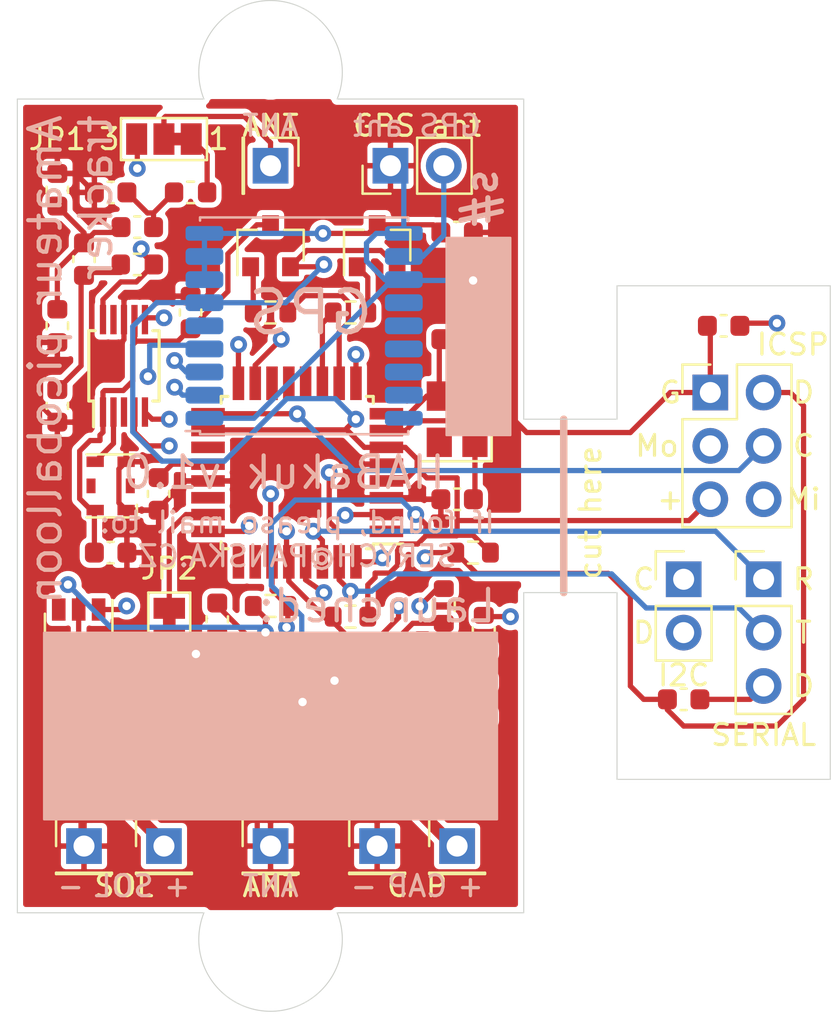
<source format=kicad_pcb>
(kicad_pcb (version 20171130) (host pcbnew "(5.1.9)-1")
  (title_block (title "HABakuk v 1.0") (rev 1.0) (company "Jakub Šerých, serych@panska.cz") (comment 2 "Pico HAB tracking board design based on K1FM v1.3 "))
  (layers (0 F.Cu signal) (1 In1.Cu signal) (2 In2.Cu signal) (31 B.Cu signal) (34 B.Paste user) (35 F.Paste user) (36 B.SilkS user) (37 F.SilkS user) (38 B.Mask user) (39 F.Mask user) (44 Edge.Cuts user))
  (net 0 "")
  (net 1 GND)
  (net 2 VDD_TST)
  (net 3 "Net-(C4-Pad1)")
  (net 4 "Net-(C5-Pad2)")
  (net 5 "Net-(C5-Pad1)")
  (net 6 "Net-(C6-Pad1)")
  (net 7 "Net-(C7-Pad1)")
  (net 8 "Net-(C8-Pad1)")
  (net 9 "Net-(C10-Pad1)")
  (net 10 "Net-(C11-Pad1)")
  (net 11 "Net-(C12-Pad1)")
  (net 12 "Net-(C14-Pad1)")
  (net 13 "Net-(C15-Pad2)")
  (net 14 DTR)
  (net 15 "Net-(C16-Pad1)")
  (net 16 "Net-(C17-Pad1)")
  (net 17 "Net-(C19-Pad1)")
  (net 18 +3V3)
  (net 19 MISO)
  (net 20 SCK)
  (net 21 MOSI)
  (net 22 SDA)
  (net 23 SCL)
  (net 24 TXD)
  (net 25 RXD)
  (net 26 "Net-(J4-Pad2)")
  (net 27 "Net-(J5-Pad1)")
  (net 28 CLK0)
  (net 29 "Net-(JP1-Pad1)")
  (net 30 "Net-(L1-Pad2)")
  (net 31 "Net-(Q1-Pad1)")
  (net 32 "Net-(Q2-Pad1)")
  (net 33 TX_E)
  (net 34 GPS_E)
  (net 35 TIMEP)
  (net 36 "Net-(U2-Pad26)")
  (net 37 "Net-(U2-Pad25)")
  (net 38 TEMP)
  (net 39 "Net-(U2-Pad22)")
  (net 40 "Net-(U2-Pad19)")
  (net 41 "Net-(U2-Pad14)")
  (net 42 "Net-(U2-Pad13)")
  (net 43 "Net-(U2-Pad12)")
  (net 44 CLK2)
  (net 45 RXI)
  (net 46 TXO)
  (net 47 "Net-(U3-Pad9)")
  (net 48 "Net-(U3-Pad3)")
  (net 49 "Net-(U3-Pad2)")
  (net 50 "Net-(U4-Pad18)")
  (net 51 "Net-(U4-Pad17)")
  (net 52 "Net-(U4-Pad16)")
  (net 53 "Net-(U4-Pad15)")
  (net 54 "Net-(U4-Pad14)")
  (net 55 "Net-(U4-Pad13)")
  (net 56 "Net-(U4-Pad5)")
  (net 57 "Net-(U5-Pad5)")
  (net 58 "Net-(U5-Pad2)")
  (net 59 "Net-(Y1-Pad4)")
  (net 60 "Net-(Y1-Pad2)")
  (net 61 "Net-(C1-Pad1)")
  (module _moje_footprints:STMITE (layer F.Cu) (at 127.508 116.205)
    (fp_text reference D1 hide)
    (fp_text value SMM4F5.0A-TR hide)
    (pad 1 smd rect (at 0.415 0 90) (size 1.95 2) (layers F.Cu F.Paste F.Mask) (net 18 +3V3))
    (pad 2 smd rect (at -1.665 0 90) (size 0.65 0.85) (layers F.Cu F.Paste F.Mask) (net 1 GND))
    (pad 1 smd rect (at 1.74 0) (size 0.65 0.95) (layers F.Cu F.Paste F.Mask) (net 18 +3V3))
  )
  (module Connector_PinHeader_2.54mm:PinHeader_1x01_P2.54mm_Vertical (layer F.Cu) (at 129.54 119.38)
    (fp_text reference J10 hide)
    (fp_text value C-)
    (pad 1 thru_hole rect (at 0 0) (size 1.7 1.7) (drill 1) (layers *.Cu *.Mask) (net 1 GND))
  )
  (module Connector_PinHeader_2.54mm:PinHeader_1x01_P2.54mm_Vertical (layer F.Cu) (at 133.35 119.38)
    (fp_text reference J9 hide)
    (fp_text value C+)
    (pad 1 thru_hole rect (at 0 0) (size 1.7 1.7) (drill 1) (layers *.Cu *.Mask) (net 18 +3V3))
  )
  (module Connector_PinHeader_2.54mm:PinHeader_1x01_P2.54mm_Vertical (layer F.Cu) (at 115.57 119.38)
    (fp_text reference J8 hide)
    (fp_text value SOL-)
    (pad 1 thru_hole rect (at 0 0) (size 1.7 1.7) (drill 1) (layers *.Cu *.Mask) (net 1 GND))
  )
  (module Connector_PinHeader_2.54mm:PinHeader_1x01_P2.54mm_Vertical (layer F.Cu) (at 119.38 119.38)
    (fp_text reference J7 hide)
    (fp_text value SOL+)
    (pad 1 thru_hole rect (at 0 0) (size 1.7 1.7) (drill 1) (layers *.Cu *.Mask) (net 61 "Net-(C1-Pad1)"))
  )
  (module Connector_PinHeader_2.54mm:PinHeader_1x01_P2.54mm_Vertical (layer F.Cu) (at 124.46 119.38)
    (fp_text reference J6 hide)
    (fp_text value ANT_DWN)
    (pad 1 thru_hole rect (at 0 0) (size 1.7 1.7) (drill 1) (layers *.Cu *.Mask) (net 1 GND))
  )
  (module Connector_PinHeader_2.54mm:PinHeader_1x01_P2.54mm_Vertical (layer F.Cu) (at 124.46 86.995 270)
    (fp_text reference J5 hide)
    (fp_text value ANT_UP)
    (pad 1 thru_hole rect (at 0 0 270) (size 1.7 1.7) (drill 1) (layers *.Cu *.Mask) (net 27 "Net-(J5-Pad1)"))
  )
  (module Connector_PinHeader_2.54mm:PinHeader_1x02_P2.54mm_Vertical (layer F.Cu) (at 130.175 86.995 90)
    (fp_text reference J4 hide)
    (fp_text value GPS_Ant)
    (pad 2 thru_hole oval (at 0 2.54 90) (size 1.7 1.7) (drill 1) (layers *.Cu *.Mask) (net 26 "Net-(J4-Pad2)"))
    (pad 1 thru_hole rect (at 0 0 90) (size 1.7 1.7) (drill 1) (layers *.Cu *.Mask) (net 1 GND))
  )
  (module Connector_PinHeader_2.54mm:PinHeader_1x03_P2.54mm_Vertical (layer F.Cu) (at 147.955 106.68)
    (fp_text reference J3 hide)
    (fp_text value SERIAL (at 0 7.41) (layer F.SilkS))
    (pad 3 thru_hole oval (at 0 5.08) (size 1.7 1.7) (drill 1) (layers *.Cu *.Mask) (net 13 "Net-(C15-Pad2)"))
    (pad 2 thru_hole oval (at 0 2.54) (size 1.7 1.7) (drill 1) (layers *.Cu *.Mask) (net 24 TXD))
    (pad 1 thru_hole rect (at 0 0) (size 1.7 1.7) (drill 1) (layers *.Cu *.Mask) (net 25 RXD))
  )
  (module Connector_PinHeader_2.54mm:PinHeader_1x02_P2.54mm_Vertical (layer F.Cu) (at 144.145 106.68)
    (fp_text reference J2 hide)
    (fp_text value I2C (at 0 4.572) (layer F.SilkS))
    (pad 2 thru_hole oval (at 0 2.54) (size 1.7 1.7) (drill 1) (layers *.Cu *.Mask) (net 22 SDA))
    (pad 1 thru_hole rect (at 0 0) (size 1.7 1.7) (drill 1) (layers *.Cu *.Mask) (net 23 SCL))
  )
  (module Jumper:SolderJumper-2_P1.3mm_Bridged_Pad1.0x1.5mm (layer F.Cu) (at 119.634 108.712 90)
    (fp_text reference JP2 (at 2.54 0 180) (layer F.SilkS))
    (fp_text value SolderJumper_2_Bridged)
    (fp_poly (pts (xy -0.25 -0.3) (xy 0.25 -0.3) (xy 0.25 0.3) (xy -0.25 0.3)) (layer F.Cu) (width 0))
    (pad 2 smd rect (at 0.65 0 90) (size 1 1.5) (layers F.Cu F.Mask) (net 2 VDD_TST))
    (pad 1 smd rect (at -0.65 0 90) (size 1 1.5) (layers F.Cu F.Mask) (net 61 "Net-(C1-Pad1)"))
  )
  (module MountingHole:MountingHole_2.1mm (layer F.Cu) (at 124.46 123.825)
    (fp_text reference REF** hide)
    (fp_text value MountingHole_2.1mm)
    (pad "" np_thru_hole circle (at 0 0) (size 2.1 2.1) (drill 2.1) (layers *.Cu *.Mask))
  )
  (module MountingHole:MountingHole_2.1mm (layer F.Cu) (at 124.46 82.55)
    (fp_text reference REF** hide)
    (fp_text value MountingHole_2.1mm)
    (pad "" np_thru_hole circle (at 0 0) (size 2.1 2.1) (drill 2.1) (layers *.Cu *.Mask))
  )
  (module Crystal:Crystal_SMD_Abracon_ABM8G-4Pin_3.2x2.5mm (layer F.Cu) (at 133.35 99.06 90)
    (fp_text reference Y1 hide)
    (fp_text value Crystal_GND24_Small)
    (pad 4 smd rect (at -1.1 -0.85 90) (size 1.4 1.2) (layers F.Cu F.Paste F.Mask) (net 59 "Net-(Y1-Pad4)"))
    (pad 3 smd rect (at 1.1 -0.85 90) (size 1.4 1.2) (layers F.Cu F.Paste F.Mask) (net 11 "Net-(C12-Pad1)"))
    (pad 2 smd rect (at 1.1 0.85 90) (size 1.4 1.2) (layers F.Cu F.Paste F.Mask) (net 60 "Net-(Y1-Pad2)"))
    (pad 1 smd rect (at -1.1 0.85 90) (size 1.4 1.2) (layers F.Cu F.Paste F.Mask) (net 10 "Net-(C11-Pad1)"))
  )
  (module Package_TO_SOT_SMD:SOT-23-5 (layer F.Cu) (at 115.316 109.22 270)
    (fp_text reference U6 hide)
    (fp_text value TMP36GRT)
    (pad 5 smd rect (at 1.1 -0.95 270) (size 1.06 0.65) (layers F.Cu F.Paste F.Mask) (net 1 GND))
    (pad 4 smd rect (at 1.1 0.95 270) (size 1.06 0.65) (layers F.Cu F.Paste F.Mask) (net 18 +3V3))
    (pad 3 smd rect (at -1.1 0.95 270) (size 1.06 0.65) (layers F.Cu F.Paste F.Mask))
    (pad 2 smd rect (at -1.1 0 270) (size 1.06 0.65) (layers F.Cu F.Paste F.Mask) (net 18 +3V3))
    (pad 1 smd rect (at -1.1 -0.95 270) (size 1.06 0.65) (layers F.Cu F.Paste F.Mask) (net 38 TEMP))
  )
  (module Oscillator:Oscillator_SMD_Kyocera_2520-6Pin_2.5x2.0mm (layer F.Cu) (at 116.84 102.235 180)
    (fp_text reference U5 hide)
    (fp_text value 25MHz)
    (pad 6 smd rect (at 0.7375 -1.15 180) (size 0.825 0.5) (layers F.Cu F.Paste F.Mask) (net 8 "Net-(C8-Pad1)"))
    (pad 5 smd rect (at 0.935 0 180) (size 0.43 0.7) (layers F.Cu F.Paste F.Mask) (net 57 "Net-(U5-Pad5)"))
    (pad 4 smd rect (at 0.7375 1.15 180) (size 0.825 0.5) (layers F.Cu F.Paste F.Mask) (net 49 "Net-(U3-Pad2)"))
    (pad 3 smd rect (at -0.7375 1.15 180) (size 0.825 0.5) (layers F.Cu F.Paste F.Mask) (net 1 GND))
    (pad 2 smd rect (at -0.935 0 180) (size 0.43 0.7) (layers F.Cu F.Paste F.Mask) (net 58 "Net-(U5-Pad2)"))
    (pad 1 smd rect (at -0.7375 -1.15 180) (size 0.825 0.5) (layers F.Cu F.Paste F.Mask) (net 1 GND))
  )
  (module RF_GPS:ublox_MAX (layer B.Cu) (at 126.06 94.615)
    (fp_text reference U4 hide)
    (fp_text value MAX-M8Q)
    (pad 18 smd roundrect (at 4.75 4.4) (size 1.8 0.7) (layers B.Cu B.Paste B.Mask) (net 50 "Net-(U4-Pad18)"))
    (pad 17 smd roundrect (at 4.75 3.3) (size 1.8 0.8) (layers B.Cu B.Paste B.Mask) (net 51 "Net-(U4-Pad17)"))
    (pad 16 smd roundrect (at 4.75 2.2) (size 1.8 0.8) (layers B.Cu B.Paste B.Mask) (net 52 "Net-(U4-Pad16)"))
    (pad 15 smd roundrect (at 4.75 1.1) (size 1.8 0.8) (layers B.Cu B.Paste B.Mask) (net 53 "Net-(U4-Pad15)"))
    (pad 14 smd roundrect (at 4.75 0) (size 1.8 0.8) (layers B.Cu B.Paste B.Mask) (net 54 "Net-(U4-Pad14)"))
    (pad 13 smd roundrect (at 4.75 -1.1) (size 1.8 0.8) (layers B.Cu B.Paste B.Mask) (net 55 "Net-(U4-Pad13)"))
    (pad 12 smd roundrect (at 4.75 -2.2) (size 1.8 0.8) (layers B.Cu B.Paste B.Mask) (net 1 GND))
    (pad 11 smd roundrect (at 4.75 -3.3) (size 1.8 0.8) (layers B.Cu B.Paste B.Mask) (net 26 "Net-(J4-Pad2)"))
    (pad 10 smd roundrect (at 4.75 -4.4) (size 1.8 0.7) (layers B.Cu B.Paste B.Mask) (net 1 GND))
    (pad 9 smd roundrect (at -4.75 -4.4) (size 1.8 0.7) (layers B.Cu B.Paste B.Mask) (net 12 "Net-(C14-Pad1)"))
    (pad 8 smd roundrect (at -4.75 -3.3) (size 1.8 0.8) (layers B.Cu B.Paste B.Mask) (net 12 "Net-(C14-Pad1)"))
    (pad 7 smd roundrect (at -4.75 -2.2) (size 1.8 0.8) (layers B.Cu B.Paste B.Mask) (net 12 "Net-(C14-Pad1)"))
    (pad 6 smd roundrect (at -4.75 -1.1) (size 1.8 0.8) (layers B.Cu B.Paste B.Mask) (net 18 +3V3))
    (pad 5 smd roundrect (at -4.75 0) (size 1.8 0.8) (layers B.Cu B.Paste B.Mask) (net 56 "Net-(U4-Pad5)"))
    (pad 4 smd roundrect (at -4.75 1.1) (size 1.8 0.8) (layers B.Cu B.Paste B.Mask) (net 35 TIMEP))
    (pad 3 smd roundrect (at -4.75 2.2) (size 1.8 0.8) (layers B.Cu B.Paste B.Mask) (net 46 TXO))
    (pad 2 smd roundrect (at -4.75 3.3) (size 1.8 0.8) (layers B.Cu B.Paste B.Mask) (net 45 RXI))
    (pad 1 smd roundrect (at -4.75 4.4) (size 1.8 0.7) (layers B.Cu B.Paste B.Mask) (net 1 GND))
  )
  (module Package_SO:MSOP-10_3x3mm_P0.5mm (layer F.Cu) (at 117.475 96.52 90)
    (fp_text reference U3 hide)
    (fp_text value Si5351A-B-GT)
    (pad 10 smd rect (at 2.2 -1 90) (size 1.4 0.3) (layers F.Cu F.Paste F.Mask) (net 28 CLK0))
    (pad 9 smd rect (at 2.2 -0.5 90) (size 1.4 0.3) (layers F.Cu F.Paste F.Mask) (net 47 "Net-(U3-Pad9)"))
    (pad 8 smd rect (at 2.2 0 90) (size 1.4 0.3) (layers F.Cu F.Paste F.Mask) (net 1 GND))
    (pad 7 smd rect (at 2.2 0.5 90) (size 1.4 0.3) (layers F.Cu F.Paste F.Mask) (net 8 "Net-(C8-Pad1)"))
    (pad 6 smd rect (at 2.2 1 90) (size 1.4 0.3) (layers F.Cu F.Paste F.Mask) (net 44 CLK2))
    (pad 5 smd rect (at -2.2 1 90) (size 1.4 0.3) (layers F.Cu F.Paste F.Mask) (net 22 SDA))
    (pad 4 smd rect (at -2.2 0.5 90) (size 1.4 0.3) (layers F.Cu F.Paste F.Mask) (net 23 SCL))
    (pad 3 smd rect (at -2.2 0 90) (size 1.4 0.3) (layers F.Cu F.Paste F.Mask) (net 48 "Net-(U3-Pad3)"))
    (pad 2 smd rect (at -2.2 -0.5 90) (size 1.4 0.3) (layers F.Cu F.Paste F.Mask) (net 49 "Net-(U3-Pad2)"))
    (pad 1 smd rect (at -2.2 -1 90) (size 1.4 0.3) (layers F.Cu F.Paste F.Mask) (net 8 "Net-(C8-Pad1)"))
  )
  (module Package_QFP:TQFP-32_7x7mm_P0.8mm (layer F.Cu) (at 125.73 101.6 180)
    (fp_text reference U2 hide)
    (fp_text value ATmega328P-AU)
    (pad 32 smd rect (at -2.8 -4.25 270) (size 1.6 0.55) (layers F.Cu F.Paste F.Mask) (net 35 TIMEP))
    (pad 31 smd rect (at -2 -4.25 270) (size 1.6 0.55) (layers F.Cu F.Paste F.Mask) (net 24 TXD))
    (pad 30 smd rect (at -1.2 -4.25 270) (size 1.6 0.55) (layers F.Cu F.Paste F.Mask) (net 25 RXD))
    (pad 29 smd rect (at -0.4 -4.25 270) (size 1.6 0.55) (layers F.Cu F.Paste F.Mask) (net 14 DTR))
    (pad 28 smd rect (at 0.4 -4.25 270) (size 1.6 0.55) (layers F.Cu F.Paste F.Mask) (net 23 SCL))
    (pad 27 smd rect (at 1.2 -4.25 270) (size 1.6 0.55) (layers F.Cu F.Paste F.Mask) (net 22 SDA))
    (pad 26 smd rect (at 2 -4.25 270) (size 1.6 0.55) (layers F.Cu F.Paste F.Mask) (net 36 "Net-(U2-Pad26)"))
    (pad 25 smd rect (at 2.8 -4.25 270) (size 1.6 0.55) (layers F.Cu F.Paste F.Mask) (net 37 "Net-(U2-Pad25)"))
    (pad 24 smd rect (at 4.25 -2.8 180) (size 1.6 0.55) (layers F.Cu F.Paste F.Mask) (net 38 TEMP))
    (pad 23 smd rect (at 4.25 -2 180) (size 1.6 0.55) (layers F.Cu F.Paste F.Mask) (net 2 VDD_TST))
    (pad 22 smd rect (at 4.25 -1.2 180) (size 1.6 0.55) (layers F.Cu F.Paste F.Mask) (net 39 "Net-(U2-Pad22)"))
    (pad 21 smd rect (at 4.25 -0.4 180) (size 1.6 0.55) (layers F.Cu F.Paste F.Mask) (net 1 GND))
    (pad 20 smd rect (at 4.25 0.4 180) (size 1.6 0.55) (layers F.Cu F.Paste F.Mask) (net 9 "Net-(C10-Pad1)"))
    (pad 19 smd rect (at 4.25 1.2 180) (size 1.6 0.55) (layers F.Cu F.Paste F.Mask) (net 40 "Net-(U2-Pad19)"))
    (pad 18 smd rect (at 4.25 2 180) (size 1.6 0.55) (layers F.Cu F.Paste F.Mask) (net 18 +3V3))
    (pad 17 smd rect (at 4.25 2.8 180) (size 1.6 0.55) (layers F.Cu F.Paste F.Mask) (net 20 SCK))
    (pad 16 smd rect (at 2.8 4.25 270) (size 1.6 0.55) (layers F.Cu F.Paste F.Mask) (net 19 MISO))
    (pad 15 smd rect (at 2 4.25 270) (size 1.6 0.55) (layers F.Cu F.Paste F.Mask) (net 21 MOSI))
    (pad 14 smd rect (at 1.2 4.25 270) (size 1.6 0.55) (layers F.Cu F.Paste F.Mask) (net 41 "Net-(U2-Pad14)"))
    (pad 13 smd rect (at 0.4 4.25 270) (size 1.6 0.55) (layers F.Cu F.Paste F.Mask) (net 42 "Net-(U2-Pad13)"))
    (pad 12 smd rect (at -0.4 4.25 270) (size 1.6 0.55) (layers F.Cu F.Paste F.Mask) (net 43 "Net-(U2-Pad12)"))
    (pad 11 smd rect (at -1.2 4.25 270) (size 1.6 0.55) (layers F.Cu F.Paste F.Mask) (net 34 GPS_E))
    (pad 10 smd rect (at -2 4.25 270) (size 1.6 0.55) (layers F.Cu F.Paste F.Mask) (net 33 TX_E))
    (pad 9 smd rect (at -2.8 4.25 270) (size 1.6 0.55) (layers F.Cu F.Paste F.Mask) (net 44 CLK2))
    (pad 8 smd rect (at -4.25 2.8 180) (size 1.6 0.55) (layers F.Cu F.Paste F.Mask) (net 11 "Net-(C12-Pad1)"))
    (pad 7 smd rect (at -4.25 2 180) (size 1.6 0.55) (layers F.Cu F.Paste F.Mask) (net 10 "Net-(C11-Pad1)"))
    (pad 6 smd rect (at -4.25 1.2 180) (size 1.6 0.55) (layers F.Cu F.Paste F.Mask) (net 18 +3V3))
    (pad 5 smd rect (at -4.25 0.4 180) (size 1.6 0.55) (layers F.Cu F.Paste F.Mask) (net 1 GND))
    (pad 4 smd rect (at -4.25 -0.4 180) (size 1.6 0.55) (layers F.Cu F.Paste F.Mask) (net 18 +3V3))
    (pad 3 smd rect (at -4.25 -1.2 180) (size 1.6 0.55) (layers F.Cu F.Paste F.Mask) (net 1 GND))
    (pad 2 smd rect (at -4.25 -2 180) (size 1.6 0.55) (layers F.Cu F.Paste F.Mask) (net 45 RXI))
    (pad 1 smd rect (at -4.25 -2.8 180) (size 1.6 0.55) (layers F.Cu F.Paste F.Mask) (net 46 TXO))
  )
  (module Package_SO:TSSOP-8_4.4x3mm_P0.65mm (layer F.Cu) (at 127 111.125)
    (fp_text reference U1 hide)
    (fp_text value SPV1040T)
    (pad 8 smd roundrect (at 2.8625 -0.975) (size 1.475 0.4) (layers F.Cu F.Paste F.Mask) (net 3 "Net-(C4-Pad1)"))
    (pad 7 smd roundrect (at 2.8625 -0.325) (size 1.475 0.4) (layers F.Cu F.Paste F.Mask) (net 5 "Net-(C5-Pad1)"))
    (pad 6 smd roundrect (at 2.8625 0.325) (size 1.475 0.4) (layers F.Cu F.Paste F.Mask) (net 4 "Net-(C5-Pad2)"))
    (pad 5 smd roundrect (at 2.8625 0.975) (size 1.475 0.4) (layers F.Cu F.Paste F.Mask) (net 6 "Net-(C6-Pad1)"))
    (pad 4 smd roundrect (at -2.8625 0.975) (size 1.475 0.4) (layers F.Cu F.Paste F.Mask) (net 7 "Net-(C7-Pad1)"))
    (pad 3 smd roundrect (at -2.8625 0.325) (size 1.475 0.4) (layers F.Cu F.Paste F.Mask) (net 30 "Net-(L1-Pad2)"))
    (pad 2 smd roundrect (at -2.8625 -0.325) (size 1.475 0.4) (layers F.Cu F.Paste F.Mask) (net 1 GND))
    (pad 1 smd roundrect (at -2.8625 -0.975) (size 1.475 0.4) (layers F.Cu F.Paste F.Mask) (net 3 "Net-(C4-Pad1)"))
  )
  (module Resistor_SMD:R_0603_1608Metric (layer F.Cu) (at 128.27 93.98 180)
    (fp_text reference R11 hide)
    (fp_text value 1k)
    (pad 2 smd roundrect (at 0.825 0 180) (size 0.8 0.95) (layers F.Cu F.Paste F.Mask) (net 34 GPS_E))
    (pad 1 smd roundrect (at -0.825 0 180) (size 0.8 0.95) (layers F.Cu F.Paste F.Mask) (net 32 "Net-(Q2-Pad1)"))
  )
  (module Resistor_SMD:R_0603_1608Metric (layer F.Cu) (at 124.46 107.95)
    (fp_text reference R10 hide)
    (fp_text value 4k7)
    (pad 2 smd roundrect (at 0.825 0) (size 0.8 0.95) (layers F.Cu F.Paste F.Mask) (net 22 SDA))
    (pad 1 smd roundrect (at -0.825 0) (size 0.8 0.95) (layers F.Cu F.Paste F.Mask) (net 18 +3V3))
  )
  (module Resistor_SMD:R_0603_1608Metric (layer F.Cu) (at 128.27 108.458 180)
    (fp_text reference R9 hide)
    (fp_text value 4k7)
    (pad 2 smd roundrect (at 0.825 0 180) (size 0.8 0.95) (layers F.Cu F.Paste F.Mask) (net 23 SCL))
    (pad 1 smd roundrect (at -0.825 0 180) (size 0.8 0.95) (layers F.Cu F.Paste F.Mask) (net 18 +3V3))
  )
  (module Resistor_SMD:R_0603_1608Metric (layer F.Cu) (at 134.112 105.41 180)
    (fp_text reference R8 hide)
    (fp_text value 10k)
    (pad 2 smd roundrect (at 0.825 0 180) (size 0.8 0.95) (layers F.Cu F.Paste F.Mask) (net 14 DTR))
    (pad 1 smd roundrect (at -0.825 0 180) (size 0.8 0.95) (layers F.Cu F.Paste F.Mask) (net 18 +3V3))
  )
  (module Resistor_SMD:R_0603_1608Metric (layer F.Cu) (at 124.46 93.98)
    (fp_text reference R7 hide)
    (fp_text value 1k)
    (pad 2 smd roundrect (at 0.825 0) (size 0.8 0.95) (layers F.Cu F.Paste F.Mask) (net 33 TX_E))
    (pad 1 smd roundrect (at -0.825 0) (size 0.8 0.95) (layers F.Cu F.Paste F.Mask) (net 31 "Net-(Q1-Pad1)"))
  )
  (module Resistor_SMD:R_0603_1608Metric (layer F.Cu) (at 132.08 115.57 270)
    (fp_text reference R6 hide)
    (fp_text value 220k)
    (pad 2 smd roundrect (at 0.825 0 270) (size 0.8 0.95) (layers F.Cu F.Paste F.Mask) (net 1 GND))
    (pad 1 smd roundrect (at -0.825 0 270) (size 0.8 0.95) (layers F.Cu F.Paste F.Mask) (net 6 "Net-(C6-Pad1)"))
  )
  (module Resistor_SMD:R_0603_1608Metric (layer F.Cu) (at 129.794 114.3)
    (fp_text reference R5 hide)
    (fp_text value 360k)
    (pad 2 smd roundrect (at 0.825 0) (size 0.8 0.95) (layers F.Cu F.Paste F.Mask) (net 6 "Net-(C6-Pad1)"))
    (pad 1 smd roundrect (at -0.825 0) (size 0.8 0.95) (layers F.Cu F.Paste F.Mask) (net 18 +3V3))
  )
  (module Resistor_SMD:R_0603_1608Metric (layer F.Cu) (at 126.365 114.3 180)
    (fp_text reference R4 hide)
    (fp_text value 510m)
    (pad 2 smd roundrect (at 0.825 0 180) (size 0.8 0.95) (layers F.Cu F.Paste F.Mask) (net 7 "Net-(C7-Pad1)"))
    (pad 1 smd roundrect (at -0.825 0 180) (size 0.8 0.95) (layers F.Cu F.Paste F.Mask) (net 18 +3V3))
  )
  (module Resistor_SMD:R_0603_1608Metric (layer F.Cu) (at 134.62 112.395 270)
    (fp_text reference R3 hide)
    (fp_text value 1k)
    (pad 2 smd roundrect (at 0.825 0 270) (size 0.8 0.95) (layers F.Cu F.Paste F.Mask) (net 18 +3V3))
    (pad 1 smd roundrect (at -0.825 0 270) (size 0.8 0.95) (layers F.Cu F.Paste F.Mask) (net 4 "Net-(C5-Pad2)"))
  )
  (module Resistor_SMD:R_0603_1608Metric (layer F.Cu) (at 134.62 109.22 270)
    (fp_text reference R2 hide)
    (fp_text value 1k)
    (pad 2 smd roundrect (at 0.825 0 270) (size 0.8 0.95) (layers F.Cu F.Paste F.Mask) (net 5 "Net-(C5-Pad1)"))
    (pad 1 smd roundrect (at -0.825 0 270) (size 0.8 0.95) (layers F.Cu F.Paste F.Mask) (net 7 "Net-(C7-Pad1)"))
  )
  (module Resistor_SMD:R_0603_1608Metric (layer F.Cu) (at 132.715 107.95 270)
    (fp_text reference R1 hide)
    (fp_text value 1k)
    (pad 2 smd roundrect (at 0.825 0 270) (size 0.8 0.95) (layers F.Cu F.Paste F.Mask) (net 3 "Net-(C4-Pad1)"))
    (pad 1 smd roundrect (at -0.825 0 270) (size 0.8 0.95) (layers F.Cu F.Paste F.Mask) (net 61 "Net-(C1-Pad1)"))
  )
  (module Package_TO_SOT_SMD:SOT-23 (layer F.Cu) (at 129.54 90.805 90)
    (fp_text reference Q2 hide)
    (fp_text value SSM3J135TU)
    (pad 3 smd rect (at 1 0 90) (size 0.9 0.8) (layers F.Cu F.Paste F.Mask) (net 12 "Net-(C14-Pad1)"))
    (pad 2 smd rect (at -1 0.95 90) (size 0.9 0.8) (layers F.Cu F.Paste F.Mask) (net 18 +3V3))
    (pad 1 smd rect (at -1 -0.95 90) (size 0.9 0.8) (layers F.Cu F.Paste F.Mask) (net 32 "Net-(Q2-Pad1)"))
  )
  (module Package_TO_SOT_SMD:SOT-23 (layer F.Cu) (at 124.46 90.805 90)
    (fp_text reference Q1 hide)
    (fp_text value SSM3J135TU)
    (pad 3 smd rect (at 1 0 90) (size 0.9 0.8) (layers F.Cu F.Paste F.Mask) (net 8 "Net-(C8-Pad1)"))
    (pad 2 smd rect (at -1 0.95 90) (size 0.9 0.8) (layers F.Cu F.Paste F.Mask) (net 18 +3V3))
    (pad 1 smd rect (at -1 -0.95 90) (size 0.9 0.8) (layers F.Cu F.Paste F.Mask) (net 31 "Net-(Q1-Pad1)"))
  )
  (module Inductor_SMD:L_0603_1608Metric (layer F.Cu) (at 120.65 88.265)
    (fp_text reference L4 hide)
    (fp_text value 1,5u)
    (pad 2 smd roundrect (at 0.7875 0) (size 0.875 0.95) (layers F.Cu F.Paste F.Mask) (net 29 "Net-(JP1-Pad1)"))
    (pad 1 smd roundrect (at -0.7875 0) (size 0.875 0.95) (layers F.Cu F.Paste F.Mask) (net 17 "Net-(C19-Pad1)"))
  )
  (module Inductor_SMD:L_0603_1608Metric (layer F.Cu) (at 114.3 94.615 270)
    (fp_text reference L3 hide)
    (fp_text value 1,5u)
    (pad 2 smd roundrect (at 0.7875 0 270) (size 0.875 0.95) (layers F.Cu F.Paste F.Mask) (net 1 GND))
    (pad 1 smd roundrect (at -0.7875 0 270) (size 0.875 0.95) (layers F.Cu F.Paste F.Mask) (net 16 "Net-(C17-Pad1)"))
  )
  (module Inductor_SMD:L_0603_1608Metric (layer F.Cu) (at 118.11 91.694 180)
    (fp_text reference L2 hide)
    (fp_text value 1,5u)
    (pad 2 smd roundrect (at 0.7875 0 180) (size 0.875 0.95) (layers F.Cu F.Paste F.Mask) (net 15 "Net-(C16-Pad1)"))
    (pad 1 smd roundrect (at -0.7875 0 180) (size 0.875 0.95) (layers F.Cu F.Paste F.Mask) (net 28 CLK0))
  )
  (module Inductor_SMD:L_Taiyo-Yuden_MD-3030 (layer F.Cu) (at 120.65 112.395)
    (fp_text reference L1 hide)
    (fp_text value 10u)
    (pad 2 smd rect (at 1.1 0) (size 0.8 2.7) (layers F.Cu F.Paste F.Mask) (net 30 "Net-(L1-Pad2)"))
    (pad 1 smd rect (at -1.1 0) (size 0.8 2.7) (layers F.Cu F.Paste F.Mask) (net 61 "Net-(C1-Pad1)"))
  )
  (module Jumper:SolderJumper-3_P1.3mm_Bridged12_Pad1.0x1.5mm_NumberLabels (layer F.Cu) (at 119.38 85.725 180)
    (fp_text reference JP1 (at 5.08 0) (layer F.SilkS))
    (fp_text value fltr)
    (fp_poly (pts (xy -0.9 -0.3) (xy -0.4 -0.3) (xy -0.4 0.3) (xy -0.9 0.3)) (layer F.Cu) (width 0))
    (fp_text user 1 (at -2.6 0) (layer F.SilkS))
    (fp_text user 3 (at 2.6 0) (layer F.SilkS))
    (pad 2 smd rect (at 0 0 180) (size 1 1.5) (layers F.Cu F.Mask) (net 27 "Net-(J5-Pad1)"))
    (pad 3 smd rect (at 1.3 0 180) (size 1 1.5) (layers F.Cu F.Mask) (net 28 CLK0))
    (pad 1 smd rect (at -1.3 0 180) (size 1 1.5) (layers F.Cu F.Mask) (net 29 "Net-(JP1-Pad1)"))
  )
  (module Connector_PinHeader_2.54mm:PinHeader_2x03_P2.54mm_Vertical (layer F.Cu) (at 145.415 97.79)
    (fp_text reference J1 hide)
    (fp_text value ICSP (at 3.937 -2.286) (layer F.SilkS))
    (pad 6 thru_hole oval (at 2.54 5.08) (size 1.7 1.7) (drill 1) (layers *.Cu *.Mask) (net 19 MISO))
    (pad 5 thru_hole oval (at 0 5.08) (size 1.7 1.7) (drill 1) (layers *.Cu *.Mask) (net 18 +3V3))
    (pad 4 thru_hole oval (at 2.54 2.54) (size 1.7 1.7) (drill 1) (layers *.Cu *.Mask) (net 20 SCK))
    (pad 3 thru_hole oval (at 0 2.54) (size 1.7 1.7) (drill 1) (layers *.Cu *.Mask) (net 21 MOSI))
    (pad 2 thru_hole oval (at 2.54 0) (size 1.7 1.7) (drill 1) (layers *.Cu *.Mask) (net 14 DTR))
    (pad 1 thru_hole rect (at 0 0) (size 1.7 1.7) (drill 1) (layers *.Cu *.Mask) (net 1 GND))
  )
  (module Capacitor_SMD:C_0603_1608Metric (layer F.Cu) (at 146.05 94.615)
    (fp_text reference C21 hide)
    (fp_text value 1u)
    (pad 2 smd roundrect (at 0.775 0) (size 0.9 0.95) (layers F.Cu F.Paste F.Mask) (net 18 +3V3))
    (pad 1 smd roundrect (at -0.775 0) (size 0.9 0.95) (layers F.Cu F.Paste F.Mask) (net 1 GND))
  )
  (module Capacitor_SMD:C_0603_1608Metric (layer F.Cu) (at 116.84 88.265 180)
    (fp_text reference C20 hide)
    (fp_text value 56p)
    (pad 2 smd roundrect (at 0.775 0 180) (size 0.9 0.95) (layers F.Cu F.Paste F.Mask) (net 1 GND))
    (pad 1 smd roundrect (at -0.775 0 180) (size 0.9 0.95) (layers F.Cu F.Paste F.Mask) (net 17 "Net-(C19-Pad1)"))
  )
  (module Capacitor_SMD:C_0603_1608Metric (layer F.Cu) (at 118.11 89.916 180)
    (fp_text reference C19 hide)
    (fp_text value 18p)
    (pad 2 smd roundrect (at 0.775 0 180) (size 0.9 0.95) (layers F.Cu F.Paste F.Mask) (net 16 "Net-(C17-Pad1)"))
    (pad 1 smd roundrect (at -0.775 0 180) (size 0.9 0.95) (layers F.Cu F.Paste F.Mask) (net 17 "Net-(C19-Pad1)"))
  )
  (module Capacitor_SMD:C_0603_1608Metric (layer F.Cu) (at 114.3 88.138 90)
    (fp_text reference C18 hide)
    (fp_text value 47p)
    (pad 2 smd roundrect (at 0.775 0 90) (size 0.9 0.95) (layers F.Cu F.Paste F.Mask) (net 1 GND))
    (pad 1 smd roundrect (at -0.775 0 90) (size 0.9 0.95) (layers F.Cu F.Paste F.Mask) (net 16 "Net-(C17-Pad1)"))
  )
  (module Capacitor_SMD:C_0603_1608Metric (layer F.Cu) (at 115.57 91.44 270)
    (fp_text reference C17 hide)
    (fp_text value 18p)
    (pad 2 smd roundrect (at 0.775 0 270) (size 0.9 0.95) (layers F.Cu F.Paste F.Mask) (net 15 "Net-(C16-Pad1)"))
    (pad 1 smd roundrect (at -0.775 0 270) (size 0.9 0.95) (layers F.Cu F.Paste F.Mask) (net 16 "Net-(C17-Pad1)"))
  )
  (module Capacitor_SMD:C_0603_1608Metric (layer F.Cu) (at 114.3 98.425 270)
    (fp_text reference C16 hide)
    (fp_text value 56p)
    (pad 2 smd roundrect (at 0.775 0 270) (size 0.9 0.95) (layers F.Cu F.Paste F.Mask) (net 1 GND))
    (pad 1 smd roundrect (at -0.775 0 270) (size 0.9 0.95) (layers F.Cu F.Paste F.Mask) (net 15 "Net-(C16-Pad1)"))
  )
  (module Capacitor_SMD:C_0603_1608Metric (layer F.Cu) (at 144.145 112.395)
    (fp_text reference C15 hide)
    (fp_text value 0,1u)
    (pad 2 smd roundrect (at 0.775 0) (size 0.9 0.95) (layers F.Cu F.Paste F.Mask) (net 13 "Net-(C15-Pad2)"))
    (pad 1 smd roundrect (at -0.775 0) (size 0.9 0.95) (layers F.Cu F.Paste F.Mask) (net 14 DTR))
  )
  (module Capacitor_SMD:C_0603_1608Metric (layer F.Cu) (at 133.35 90.17)
    (fp_text reference C14 hide)
    (fp_text value 0,47)
    (pad 2 smd roundrect (at 0.775 0) (size 0.9 0.95) (layers F.Cu F.Paste F.Mask) (net 1 GND))
    (pad 1 smd roundrect (at -0.775 0) (size 0.9 0.95) (layers F.Cu F.Paste F.Mask) (net 12 "Net-(C14-Pad1)"))
  )
  (module Capacitor_SMD:C_0603_1608Metric (layer F.Cu) (at 133.35 95.25)
    (fp_text reference C12 hide)
    (fp_text value 15p)
    (pad 2 smd roundrect (at 0.775 0) (size 0.9 0.95) (layers F.Cu F.Paste F.Mask) (net 1 GND))
    (pad 1 smd roundrect (at -0.775 0) (size 0.9 0.95) (layers F.Cu F.Paste F.Mask) (net 11 "Net-(C12-Pad1)"))
  )
  (module Capacitor_SMD:C_0603_1608Metric (layer F.Cu) (at 133.35 102.87 180)
    (fp_text reference C11 hide)
    (fp_text value 15p)
    (pad 2 smd roundrect (at 0.775 0 180) (size 0.9 0.95) (layers F.Cu F.Paste F.Mask) (net 1 GND))
    (pad 1 smd roundrect (at -0.775 0 180) (size 0.9 0.95) (layers F.Cu F.Paste F.Mask) (net 10 "Net-(C11-Pad1)"))
  )
  (module Capacitor_SMD:C_0603_1608Metric (layer F.Cu) (at 119.126 102.616 270)
    (fp_text reference C10 hide)
    (fp_text value 0,1u)
    (pad 2 smd roundrect (at 0.775 0 270) (size 0.9 0.95) (layers F.Cu F.Paste F.Mask) (net 1 GND))
    (pad 1 smd roundrect (at -0.775 0 270) (size 0.9 0.95) (layers F.Cu F.Paste F.Mask) (net 9 "Net-(C10-Pad1)"))
  )
  (module Capacitor_SMD:C_0603_1608Metric (layer F.Cu) (at 120.65 93.98 270)
    (fp_text reference C9 hide)
    (fp_text value 0,47u)
    (pad 2 smd roundrect (at 0.775 0 270) (size 0.9 0.95) (layers F.Cu F.Paste F.Mask) (net 8 "Net-(C8-Pad1)"))
    (pad 1 smd roundrect (at -0.775 0 270) (size 0.9 0.95) (layers F.Cu F.Paste F.Mask) (net 1 GND))
  )
  (module Capacitor_SMD:C_0603_1608Metric (layer F.Cu) (at 116.84 105.41)
    (fp_text reference C8 hide)
    (fp_text value 0,1u)
    (pad 2 smd roundrect (at 0.775 0) (size 0.9 0.95) (layers F.Cu F.Paste F.Mask) (net 1 GND))
    (pad 1 smd roundrect (at -0.775 0) (size 0.9 0.95) (layers F.Cu F.Paste F.Mask) (net 8 "Net-(C8-Pad1)"))
  )
  (module Capacitor_SMD:C_0805_2012Metric (layer F.Cu) (at 123.825 115.316 270)
    (fp_text reference C7 hide)
    (fp_text value 10u/10)
    (pad 2 smd roundrect (at 0.95 0 270) (size 1 1.45) (layers F.Cu F.Paste F.Mask) (net 1 GND))
    (pad 1 smd roundrect (at -0.95 0 270) (size 1 1.45) (layers F.Cu F.Paste F.Mask) (net 7 "Net-(C7-Pad1)"))
  )
  (module Capacitor_SMD:C_0603_1608Metric (layer F.Cu) (at 133.985 115.57 270)
    (fp_text reference C6 hide)
    (fp_text value 1n)
    (pad 2 smd roundrect (at 0.775 0 270) (size 0.9 0.95) (layers F.Cu F.Paste F.Mask) (net 1 GND))
    (pad 1 smd roundrect (at -0.775 0 270) (size 0.9 0.95) (layers F.Cu F.Paste F.Mask) (net 6 "Net-(C6-Pad1)"))
  )
  (module Capacitor_SMD:C_0603_1608Metric (layer F.Cu) (at 132.715 111.76 270)
    (fp_text reference C5 hide)
    (fp_text value 1u)
    (pad 2 smd roundrect (at 0.775 0 270) (size 0.9 0.95) (layers F.Cu F.Paste F.Mask) (net 4 "Net-(C5-Pad2)"))
    (pad 1 smd roundrect (at -0.775 0 270) (size 0.9 0.95) (layers F.Cu F.Paste F.Mask) (net 5 "Net-(C5-Pad1)"))
  )
  (module Capacitor_SMD:C_0603_1608Metric (layer F.Cu) (at 121.92 108.585 270)
    (fp_text reference C4 hide)
    (fp_text value 1n)
    (pad 2 smd roundrect (at 0.775 0 270) (size 0.9 0.95) (layers F.Cu F.Paste F.Mask) (net 1 GND))
    (pad 1 smd roundrect (at -0.775 0 270) (size 0.9 0.95) (layers F.Cu F.Paste F.Mask) (net 3 "Net-(C4-Pad1)"))
  )
  (module Capacitor_SMD:C_0603_1608Metric (layer F.Cu) (at 116.205 116.84 180)
    (fp_text reference C3 hide)
    (fp_text value 10u/4)
    (pad 2 smd roundrect (at 0.775 0 180) (size 0.9 0.95) (layers F.Cu F.Paste F.Mask) (net 1 GND))
    (pad 1 smd roundrect (at -0.775 0 180) (size 0.9 0.95) (layers F.Cu F.Paste F.Mask) (net 61 "Net-(C1-Pad1)"))
  )
  (module Capacitor_SMD:C_0603_1608Metric (layer F.Cu) (at 116.205 113.03 180)
    (fp_text reference C2 hide)
    (fp_text value 10u/4)
    (pad 2 smd roundrect (at 0.775 0 180) (size 0.9 0.95) (layers F.Cu F.Paste F.Mask) (net 1 GND))
    (pad 1 smd roundrect (at -0.775 0 180) (size 0.9 0.95) (layers F.Cu F.Paste F.Mask) (net 61 "Net-(C1-Pad1)"))
  )
  (module Capacitor_SMD:C_0603_1608Metric (layer F.Cu) (at 116.205 114.935 180)
    (fp_text reference C1 hide)
    (fp_text value 10u/4)
    (pad 2 smd roundrect (at 0.775 0 180) (size 0.9 0.95) (layers F.Cu F.Paste F.Mask) (net 1 GND))
    (pad 1 smd roundrect (at -0.775 0 180) (size 0.9 0.95) (layers F.Cu F.Paste F.Mask) (net 61 "Net-(C1-Pad1)"))
  )
  (gr_poly (pts (xy 135.89 99.822) (xy 132.842 99.822) (xy 132.842 90.424) (xy 135.89 90.424)) (layer B.SilkS) (width 0.1))
  (gr_text s# (at 134.493 88.519 90) (layer B.SilkS) (effects (font (size 1.5 1.5) (thickness 0.25)) (justify mirror)))
  (gr_text "Amateur picoballoon \ntracker" (at 114.935 84.455 90) (layer B.SilkS) (effects (font (size 1.5 1.5) (thickness 0.2)) (justify left mirror)))
  (gr_poly (pts (xy 135.255 118.11) (xy 113.665 118.11) (xy 113.665 109.22) (xy 135.255 109.22)) (layer B.SilkS) (width 0.1))
  (gr_text Launched: (at 129.54 107.95) (layer B.SilkS) (effects (font (size 1.5 1.5) (thickness 0.2)) (justify mirror)))
  (gr_text "If found, please mail to:\nSERYCH@PANSKA.CZ" (at 125.73 104.775) (layer B.SilkS) (effects (font (size 1 1)) (justify mirror)))
  (gr_text "HABakuk v1.0" (at 125.095 101.6) (layer B.SilkS) (effects (font (size 1.5 1.5) (thickness 0.2)) (justify mirror)))
  (gr_text + (at 133.985 121.285) (layer B.SilkS) (effects (font (size 1 1)) (justify mirror)))
  (gr_text - (at 128.905 121.285) (layer B.SilkS) (effects (font (size 1 1)) (justify mirror)))
  (gr_text + (at 120.015 121.285) (layer B.SilkS) (effects (font (size 1 1)) (justify mirror)))
  (gr_text - (at 114.935 121.285) (layer B.SilkS) (effects (font (size 1 1)) (justify mirror)))
  (gr_text CAP (at 131.445 121.285) (layer B.SilkS) (effects (font (size 1 1)) (justify mirror)))
  (gr_text SOL (at 117.475 121.285) (layer B.SilkS) (effects (font (size 1 1)) (justify mirror)))
  (gr_text ANT (at 124.46 121.285) (layer B.SilkS) (effects (font (size 1 1)) (justify mirror)))
  (gr_text "GPS ant" (at 131.445 85.09) (layer B.SilkS) (effects (font (size 1 1)) (justify mirror)))
  (gr_text ANT (at 124.46 85.09) (layer B.SilkS) (effects (font (size 1 1)) (justify mirror)))
  (gr_text GPS (at 126.365 93.98) (layer B.SilkS) (effects (font (size 2 2) (thickness 0.25)) (justify mirror)))
  (gr_text "cut here" (at 139.7 103.505 90) (layer F.SilkS) (effects (font (size 1 1))))
  (gr_line (start 138.43 99.06) (end 138.43 107.315) (layer B.SilkS) (width 0.35))
  (gr_line (start 138.43 99.06) (end 138.43 107.315) (layer F.SilkS) (width 0.35))
  (gr_text G (at 143.51 97.79) (layer F.SilkS) (effects (font (size 1 1))))
  (gr_text Mo (at 142.875 100.33) (layer F.SilkS) (effects (font (size 1 1))))
  (gr_text + (at 143.51 102.87) (layer F.SilkS) (effects (font (size 1 1))))
  (gr_text Mi (at 149.86 102.87) (layer F.SilkS) (effects (font (size 1 1))))
  (gr_text C (at 149.86 100.33) (layer F.SilkS) (effects (font (size 1 1))))
  (gr_text D (at 149.86 97.79) (layer F.SilkS) (effects (font (size 1 1))))
  (gr_text D (at 142.24 109.22) (layer F.SilkS) (effects (font (size 1 1))))
  (gr_text C (at 142.24 106.68) (layer F.SilkS) (effects (font (size 1 1))))
  (gr_text D (at 149.86 111.76) (layer F.SilkS) (effects (font (size 1 1))))
  (gr_text T (at 149.86 109.22) (layer F.SilkS) (effects (font (size 1 1))))
  (gr_text R (at 149.86 106.68) (layer F.SilkS) (effects (font (size 1 1))))
  (gr_text "GPS ant" (at 131.445 85.09) (layer F.SilkS) (effects (font (size 1 1))))
  (gr_text ANT (at 124.46 85.09) (layer F.SilkS) (effects (font (size 1 1))))
  (gr_text + (at 133.985 121.285) (layer F.SilkS) (effects (font (size 1 1))))
  (gr_text - (at 128.905 121.285) (layer F.SilkS) (effects (font (size 1 1))))
  (gr_text CAP (at 131.445 121.285) (layer F.SilkS) (effects (font (size 1 1))))
  (gr_text ANT (at 124.46 121.285) (layer F.SilkS) (effects (font (size 1 1))))
  (gr_text + (at 120.015 121.285) (layer F.SilkS) (effects (font (size 1 1))))
  (gr_text - (at 114.935 121.285) (layer F.SilkS) (effects (font (size 1 1))))
  (gr_text SOL (at 117.475 121.285) (layer F.SilkS) (effects (font (size 1 1))))
  (gr_line (start 112.395 122.555) (end 112.395001 83.820001) (layer Edge.Cuts) (width 0.05))
  (gr_line (start 136.525 122.555) (end 136.525 107.315) (layer Edge.Cuts) (width 0.05))
  (gr_line (start 136.525 99.06) (end 136.525 83.82) (layer Edge.Cuts) (width 0.05))
  (gr_arc (start 124.46 82.550001) (end 127.634999 83.82) (angle -223.602819) (layer Edge.Cuts) (width 0.05))
  (gr_arc (start 124.46 123.825) (end 121.285001 122.555001) (angle -223.602819) (layer Edge.Cuts) (width 0.05))
  (gr_line (start 121.285 122.555) (end 112.395 122.555) (layer Edge.Cuts) (width 0.05))
  (gr_line (start 136.525 122.555) (end 127.635 122.555) (layer Edge.Cuts) (width 0.05))
  (gr_line (start 140.97 107.315) (end 136.525 107.315) (layer Edge.Cuts) (width 0.05))
  (gr_line (start 140.97 116.205) (end 140.97 107.315) (layer Edge.Cuts) (width 0.05))
  (gr_line (start 151.13 116.205) (end 140.97 116.205) (layer Edge.Cuts) (width 0.05))
  (gr_line (start 151.13 92.71) (end 151.13 116.205) (layer Edge.Cuts) (width 0.05))
  (gr_line (start 140.97 92.71) (end 151.13 92.71) (layer Edge.Cuts) (width 0.05))
  (gr_line (start 140.97 99.06) (end 140.97 92.71) (layer Edge.Cuts) (width 0.05))
  (gr_line (start 136.525 99.06) (end 140.97 99.06) (layer Edge.Cuts) (width 0.05))
  (gr_line (start 127.635 83.82) (end 136.525 83.82) (layer Edge.Cuts) (width 0.05))
  (gr_line (start 112.395001 83.820001) (end 121.285001 83.820001) (layer Edge.Cuts) (width 0.05))
  (segment (start 145.415 94.755) (end 145.275 94.615) (width 0.25) (layer F.Cu) (net 1))
  (segment (start 145.415 97.79) (end 145.415 94.755) (width 0.25) (layer F.Cu) (net 1))
  (segment (start 145.415 97.79) (end 143.51 97.79) (width 0.25) (layer F.Cu) (net 1))
  (segment (start 143.51 97.79) (end 141.605 99.695) (width 0.25) (layer F.Cu) (net 1))
  (segment (start 136.665012 99.695) (end 135.89 98.919988) (width 0.25) (layer F.Cu) (net 1))
  (segment (start 141.605 99.695) (end 136.665012 99.695) (width 0.25) (layer F.Cu) (net 1))
  (segment (start 135.89 98.919988) (end 135.89 95.885) (width 0.25) (layer F.Cu) (net 1))
  (segment (start 135.255 95.25) (end 134.125 95.25) (width 0.25) (layer F.Cu) (net 1))
  (segment (start 135.89 95.885) (end 135.255 95.25) (width 0.25) (layer F.Cu) (net 1))
  (segment (start 130.05 102.87) (end 129.98 102.8) (width 0.25) (layer F.Cu) (net 1))
  (segment (start 132.575 102.87) (end 130.05 102.87) (width 0.25) (layer F.Cu) (net 1))
  (segment (start 128.93 102.8) (end 128.27 102.14) (width 0.25) (layer F.Cu) (net 1))
  (segment (start 129.98 102.8) (end 128.93 102.8) (width 0.25) (layer F.Cu) (net 1))
  (segment (start 128.27 102.14) (end 128.27 101.6) (width 0.25) (layer F.Cu) (net 1))
  (segment (start 128.67 101.2) (end 129.98 101.2) (width 0.25) (layer F.Cu) (net 1))
  (segment (start 128.27 101.6) (end 128.67 101.2) (width 0.25) (layer F.Cu) (net 1))
  (segment (start 117.615 103.4225) (end 117.5775 103.385) (width 0.25) (layer F.Cu) (net 1))
  (segment (start 117.615 105.41) (end 117.615 103.4225) (width 0.25) (layer F.Cu) (net 1))
  (segment (start 117.234999 101.427501) (end 117.5775 101.085) (width 0.25) (layer F.Cu) (net 1))
  (segment (start 117.234999 103.042499) (end 117.234999 101.427501) (width 0.25) (layer F.Cu) (net 1))
  (segment (start 117.5775 103.385) (end 117.234999 103.042499) (width 0.25) (layer F.Cu) (net 1))
  (segment (start 130.81 87.63) (end 130.175 86.995) (width 0.25) (layer B.Cu) (net 1))
  (segment (start 130.81 90.215) (end 130.81 87.63) (width 0.25) (layer B.Cu) (net 1))
  (segment (start 130.81 90.215) (end 129.495 90.215) (width 0.25) (layer B.Cu) (net 1))
  (segment (start 129.495 90.215) (end 129.032 90.678) (width 0.25) (layer B.Cu) (net 1))
  (segment (start 129.91 92.415) (end 130.81 92.415) (width 0.25) (layer B.Cu) (net 1))
  (segment (start 129.032 91.537) (end 129.91 92.415) (width 0.25) (layer B.Cu) (net 1))
  (segment (start 129.032 90.678) (end 129.032 91.537) (width 0.25) (layer B.Cu) (net 1))
  (segment (start 121.96 109.36) (end 121.92 109.36) (width 0.25) (layer F.Cu) (net 1))
  (segment (start 123.4 110.8) (end 121.96 109.36) (width 0.25) (layer F.Cu) (net 1))
  (segment (start 124.1375 110.8) (end 123.4 110.8) (width 0.25) (layer F.Cu) (net 1))
  (segment (start 115.43 113.03) (end 115.43 114.935) (width 0.25) (layer F.Cu) (net 1))
  (segment (start 115.43 114.935) (end 115.43 116.84) (width 0.25) (layer F.Cu) (net 1))
  (segment (start 115.43 119.24) (end 115.57 119.38) (width 0.25) (layer F.Cu) (net 1))
  (segment (start 115.43 116.84) (end 115.43 119.24) (width 0.25) (layer F.Cu) (net 1))
  (segment (start 115.43 113.03) (end 115.43 112.68) (width 0.25) (layer F.Cu) (net 1))
  (segment (start 132.13 116.345) (end 132.08 116.395) (width 0.25) (layer F.Cu) (net 1))
  (segment (start 133.985 116.345) (end 132.13 116.345) (width 0.25) (layer F.Cu) (net 1))
  (segment (start 124.46 119.38) (end 124.46 118.872) (width 0.25) (layer F.Cu) (net 1))
  (segment (start 124.46 119.38) (end 129.54 119.38) (width 0.25) (layer F.Cu) (net 1))
  (via (at 134.112 92.456) (size 0.8) (drill 0.4) (layers F.Cu B.Cu) (net 1))
  (segment (start 134.125 92.469) (end 134.112 92.456) (width 0.25) (layer F.Cu) (net 1))
  (segment (start 134.125 95.25) (end 134.125 92.469) (width 0.25) (layer F.Cu) (net 1))
  (segment (start 130.851 92.456) (end 130.81 92.415) (width 0.25) (layer B.Cu) (net 1))
  (segment (start 134.112 92.456) (end 130.851 92.456) (width 0.25) (layer B.Cu) (net 1))
  (segment (start 130.267522 92.415) (end 130.81 92.415) (width 0.25) (layer B.Cu) (net 1))
  (segment (start 123.667522 99.015) (end 130.267522 92.415) (width 0.25) (layer B.Cu) (net 1))
  (segment (start 121.31 99.015) (end 123.667522 99.015) (width 0.25) (layer B.Cu) (net 1))
  (segment (start 134.112 90.183) (end 134.125 90.17) (width 0.25) (layer F.Cu) (net 1))
  (segment (start 134.112 92.456) (end 134.112 90.183) (width 0.25) (layer F.Cu) (net 1))
  (segment (start 113.49999 98.39999) (end 114.3 99.2) (width 0.25) (layer F.Cu) (net 1))
  (segment (start 113.49999 96.20251) (end 113.49999 98.39999) (width 0.25) (layer F.Cu) (net 1))
  (segment (start 114.3 95.4025) (end 113.49999 96.20251) (width 0.25) (layer F.Cu) (net 1))
  (segment (start 119.126 103.304) (end 119.126 103.391) (width 0.25) (layer F.Cu) (net 1))
  (segment (start 120.43 102) (end 119.126 103.304) (width 0.25) (layer F.Cu) (net 1))
  (segment (start 121.48 102) (end 120.43 102) (width 0.25) (layer F.Cu) (net 1))
  (segment (start 117.475 95.27) (end 117.241 95.504) (width 0.25) (layer F.Cu) (net 1))
  (segment (start 117.475 94.32) (end 117.475 95.27) (width 0.25) (layer F.Cu) (net 1))
  (segment (start 117.241 95.504) (end 116.078 95.504) (width 0.25) (layer F.Cu) (net 1))
  (segment (start 117.475 93.384998) (end 117.475 94.32) (width 0.25) (layer F.Cu) (net 1))
  (segment (start 117.654998 93.205) (end 117.475 93.384998) (width 0.25) (layer F.Cu) (net 1))
  (segment (start 120.65 93.205) (end 117.654998 93.205) (width 0.25) (layer F.Cu) (net 1))
  (segment (start 117.5835 103.391) (end 117.5775 103.385) (width 0.25) (layer F.Cu) (net 1))
  (segment (start 119.126 103.391) (end 117.5835 103.391) (width 0.25) (layer F.Cu) (net 1))
  (segment (start 115.43 111.156) (end 116.266 110.32) (width 0.25) (layer F.Cu) (net 1))
  (segment (start 115.43 113.03) (end 115.43 111.156) (width 0.25) (layer F.Cu) (net 1))
  (segment (start 115.671 87.871) (end 116.065 88.265) (width 0.25) (layer F.Cu) (net 1))
  (segment (start 123.825 118.745) (end 124.46 119.38) (width 0.25) (layer F.Cu) (net 1))
  (segment (start 123.825 116.266) (end 123.825 118.745) (width 0.25) (layer F.Cu) (net 1))
  (segment (start 115.163 87.363) (end 116.065 88.265) (width 0.25) (layer F.Cu) (net 1))
  (segment (start 114.3 87.363) (end 115.163 87.363) (width 0.25) (layer F.Cu) (net 1))
  (segment (start 123.886 116.205) (end 123.825 116.266) (width 0.25) (layer F.Cu) (net 1))
  (segment (start 125.843 116.205) (end 123.886 116.205) (width 0.25) (layer F.Cu) (net 1))
  (segment (start 120.43 103.6) (end 121.48 103.6) (width 0.25) (layer F.Cu) (net 2))
  (segment (start 119.634 104.396) (end 120.43 103.6) (width 0.25) (layer F.Cu) (net 2))
  (segment (start 119.634 108.062) (end 119.634 104.396) (width 0.25) (layer F.Cu) (net 2))
  (segment (start 131.2375 108.775) (end 129.8625 110.15) (width 0.25) (layer F.Cu) (net 3))
  (segment (start 132.715 108.775) (end 131.2375 108.775) (width 0.25) (layer F.Cu) (net 3))
  (segment (start 129.8625 110.15) (end 124.1375 110.15) (width 0.25) (layer F.Cu) (net 3))
  (segment (start 121.92 107.9325) (end 121.92 107.81) (width 0.25) (layer F.Cu) (net 3))
  (segment (start 124.1375 110.15) (end 121.92 107.9325) (width 0.25) (layer F.Cu) (net 3))
  (segment (start 131.63 111.45) (end 129.8625 111.45) (width 0.25) (layer F.Cu) (net 4))
  (segment (start 132.715 112.535) (end 131.63 111.45) (width 0.25) (layer F.Cu) (net 4))
  (segment (start 133.655 112.535) (end 134.62 111.57) (width 0.25) (layer F.Cu) (net 4))
  (segment (start 132.715 112.535) (end 133.655 112.535) (width 0.25) (layer F.Cu) (net 4))
  (segment (start 132.53 110.8) (end 132.715 110.985) (width 0.25) (layer F.Cu) (net 5))
  (segment (start 129.8625 110.8) (end 132.53 110.8) (width 0.25) (layer F.Cu) (net 5))
  (segment (start 133.68 110.985) (end 134.62 110.045) (width 0.25) (layer F.Cu) (net 5))
  (segment (start 132.715 110.985) (end 133.68 110.985) (width 0.25) (layer F.Cu) (net 5))
  (segment (start 132.13 114.795) (end 132.08 114.745) (width 0.25) (layer F.Cu) (net 6))
  (segment (start 133.985 114.795) (end 132.13 114.795) (width 0.25) (layer F.Cu) (net 6))
  (segment (start 131.064 114.745) (end 130.619 114.3) (width 0.25) (layer F.Cu) (net 6))
  (segment (start 132.08 114.745) (end 131.064 114.745) (width 0.25) (layer F.Cu) (net 6))
  (segment (start 130.619 112.8565) (end 129.8625 112.1) (width 0.25) (layer F.Cu) (net 6))
  (segment (start 130.619 114.3) (end 130.619 112.8565) (width 0.25) (layer F.Cu) (net 6))
  (via (at 125.984 112.522) (size 0.8) (drill 0.4) (layers F.Cu B.Cu) (net 7))
  (segment (start 125.54 112.966) (end 125.984 112.522) (width 0.25) (layer F.Cu) (net 7))
  (segment (start 125.54 114.3) (end 125.54 112.966) (width 0.25) (layer F.Cu) (net 7))
  (via (at 135.89 108.458) (size 0.8) (drill 0.4) (layers F.Cu B.Cu) (net 7))
  (segment (start 134.683 108.458) (end 134.62 108.395) (width 0.25) (layer F.Cu) (net 7))
  (segment (start 135.89 108.458) (end 134.683 108.458) (width 0.25) (layer F.Cu) (net 7))
  (segment (start 123.825 112.4125) (end 124.1375 112.1) (width 0.25) (layer F.Cu) (net 7))
  (segment (start 123.825 114.366) (end 123.825 112.4125) (width 0.8) (layer F.Cu) (net 7))
  (segment (start 125.474 114.366) (end 125.54 114.3) (width 0.25) (layer F.Cu) (net 7))
  (segment (start 123.825 114.366) (end 125.474 114.366) (width 0.6) (layer F.Cu) (net 7))
  (segment (start 117.999999 94.344999) (end 117.975 94.32) (width 0.25) (layer F.Cu) (net 8))
  (segment (start 117.999999 95.106001) (end 117.999999 94.344999) (width 0.25) (layer F.Cu) (net 8))
  (segment (start 120.65 94.755) (end 120.637 94.755) (width 0.25) (layer F.Cu) (net 8))
  (segment (start 117.975 95.255002) (end 117.975 94.32) (width 0.25) (layer F.Cu) (net 8))
  (segment (start 118.064999 95.345001) (end 117.975 95.255002) (width 0.25) (layer F.Cu) (net 8))
  (segment (start 120.046999 95.345001) (end 118.064999 95.345001) (width 0.25) (layer F.Cu) (net 8))
  (segment (start 120.637 94.755) (end 120.046999 95.345001) (width 0.25) (layer F.Cu) (net 8))
  (segment (start 116.065 103.4225) (end 116.1025 103.385) (width 0.25) (layer F.Cu) (net 8))
  (segment (start 116.065 105.41) (end 116.065 103.4225) (width 0.25) (layer F.Cu) (net 8))
  (segment (start 115.364999 100.574999) (end 115.863998 100.076) (width 0.25) (layer F.Cu) (net 8))
  (segment (start 115.364999 102.845001) (end 115.364999 100.574999) (width 0.25) (layer F.Cu) (net 8))
  (segment (start 115.904998 103.385) (end 115.364999 102.845001) (width 0.25) (layer F.Cu) (net 8))
  (segment (start 116.1025 103.385) (end 115.904998 103.385) (width 0.25) (layer F.Cu) (net 8))
  (segment (start 115.863998 100.076) (end 116.332 100.076) (width 0.25) (layer F.Cu) (net 8))
  (segment (start 116.475 99.679) (end 116.475 98.72) (width 0.25) (layer F.Cu) (net 8))
  (segment (start 116.332 99.822) (end 116.475 99.679) (width 0.25) (layer F.Cu) (net 8))
  (segment (start 116.332 100.076) (end 116.332 99.822) (width 0.25) (layer F.Cu) (net 8))
  (segment (start 120.65 94.755) (end 122.428 92.977) (width 0.25) (layer F.Cu) (net 8))
  (segment (start 123.81 89.805) (end 124.46 89.805) (width 0.25) (layer F.Cu) (net 8))
  (segment (start 122.428 91.187) (end 123.81 89.805) (width 0.25) (layer F.Cu) (net 8))
  (segment (start 122.428 92.977) (end 122.428 91.187) (width 0.25) (layer F.Cu) (net 8))
  (segment (start 117.892999 95.517001) (end 117.892999 97.245001) (width 0.25) (layer F.Cu) (net 8))
  (segment (start 118.064999 95.345001) (end 117.892999 95.517001) (width 0.25) (layer F.Cu) (net 8))
  (segment (start 116.475 97.77) (end 116.475 98.72) (width 0.25) (layer F.Cu) (net 8))
  (segment (start 116.550001 97.694999) (end 116.475 97.77) (width 0.25) (layer F.Cu) (net 8))
  (segment (start 117.443001 97.694999) (end 116.550001 97.694999) (width 0.25) (layer F.Cu) (net 8))
  (segment (start 117.892999 97.245001) (end 117.443001 97.694999) (width 0.25) (layer F.Cu) (net 8))
  (segment (start 119.767 101.2) (end 121.48 101.2) (width 0.25) (layer F.Cu) (net 9))
  (segment (start 119.126 101.841) (end 119.767 101.2) (width 0.25) (layer F.Cu) (net 9))
  (segment (start 129.98 99.6) (end 130.905 99.6) (width 0.25) (layer F.Cu) (net 10))
  (segment (start 134.2 99.974998) (end 134.2 100.16) (width 0.25) (layer F.Cu) (net 10))
  (segment (start 133.360001 99.134999) (end 134.2 99.974998) (width 0.25) (layer F.Cu) (net 10))
  (segment (start 131.370001 99.134999) (end 133.360001 99.134999) (width 0.25) (layer F.Cu) (net 10))
  (segment (start 130.905 99.6) (end 131.370001 99.134999) (width 0.25) (layer F.Cu) (net 10))
  (segment (start 134.2 102.795) (end 134.125 102.87) (width 0.25) (layer F.Cu) (net 10))
  (segment (start 134.2 100.16) (end 134.2 102.795) (width 0.25) (layer F.Cu) (net 10))
  (segment (start 131.90859 97.96) (end 132.5 97.96) (width 0.25) (layer F.Cu) (net 11))
  (segment (start 131.06859 98.8) (end 131.90859 97.96) (width 0.25) (layer F.Cu) (net 11))
  (segment (start 129.98 98.8) (end 131.06859 98.8) (width 0.25) (layer F.Cu) (net 11))
  (segment (start 132.5 95.325) (end 132.575 95.25) (width 0.25) (layer F.Cu) (net 11))
  (segment (start 132.5 97.96) (end 132.5 95.325) (width 0.25) (layer F.Cu) (net 11))
  (segment (start 132.21 89.805) (end 132.575 90.17) (width 0.25) (layer F.Cu) (net 12))
  (segment (start 129.54 89.805) (end 132.21 89.805) (width 0.25) (layer F.Cu) (net 12))
  (segment (start 121.31 92.415) (end 121.31 91.315) (width 0.25) (layer B.Cu) (net 12))
  (segment (start 121.31 91.315) (end 121.31 90.215) (width 0.25) (layer B.Cu) (net 12))
  (segment (start 121.31 90.215) (end 126.955 90.215) (width 0.25) (layer B.Cu) (net 12))
  (via (at 126.955 90.215) (size 0.8) (drill 0.4) (layers F.Cu B.Cu) (net 12))
  (segment (start 129.13 90.215) (end 129.54 89.805) (width 0.25) (layer F.Cu) (net 12))
  (segment (start 126.955 90.215) (end 129.13 90.215) (width 0.25) (layer F.Cu) (net 12))
  (segment (start 147.32 112.395) (end 147.955 111.76) (width 0.25) (layer F.Cu) (net 13))
  (segment (start 144.92 112.395) (end 147.32 112.395) (width 0.25) (layer F.Cu) (net 13))
  (segment (start 143.37 112.395) (end 142.24 112.395) (width 0.25) (layer F.Cu) (net 14))
  (segment (start 142.24 112.395) (end 141.605 111.76) (width 0.25) (layer F.Cu) (net 14))
  (segment (start 141.605 107.455012) (end 140.549978 106.39999) (width 0.25) (layer F.Cu) (net 14))
  (segment (start 141.605 111.76) (end 141.605 107.455012) (width 0.25) (layer F.Cu) (net 14))
  (segment (start 147.955 97.79) (end 149.225 97.79) (width 0.25) (layer F.Cu) (net 14))
  (segment (start 149.225 97.79) (end 149.86 98.425) (width 0.25) (layer F.Cu) (net 14))
  (segment (start 149.86 98.425) (end 149.86 112.395) (width 0.25) (layer F.Cu) (net 14))
  (segment (start 149.86 112.395) (end 148.59 113.665) (width 0.25) (layer F.Cu) (net 14))
  (segment (start 148.59 113.665) (end 144.145 113.665) (width 0.25) (layer F.Cu) (net 14))
  (segment (start 143.37 112.89) (end 143.37 112.395) (width 0.25) (layer F.Cu) (net 14))
  (segment (start 144.145 113.665) (end 143.37 112.89) (width 0.25) (layer F.Cu) (net 14))
  (segment (start 134.27699 106.39999) (end 133.287 105.41) (width 0.25) (layer F.Cu) (net 14))
  (segment (start 140.549978 106.39999) (end 134.27699 106.39999) (width 0.25) (layer F.Cu) (net 14))
  (via (at 131.821347 105.659347) (size 0.8) (drill 0.4) (layers F.Cu B.Cu) (net 14))
  (segment (start 132.070694 105.41) (end 131.821347 105.659347) (width 0.25) (layer F.Cu) (net 14))
  (segment (start 133.287 105.41) (end 132.070694 105.41) (width 0.25) (layer F.Cu) (net 14))
  (via (at 127 107.315) (size 0.8) (drill 0.4) (layers F.Cu B.Cu) (net 14))
  (segment (start 126.13 106.710002) (end 126.13 105.85) (width 0.25) (layer F.Cu) (net 14))
  (segment (start 127 107.315) (end 126.13 106.710002) (width 0.25) (layer F.Cu) (net 14))
  (segment (start 115.71 92.075) (end 115.57 92.215) (width 0.25) (layer F.Cu) (net 15))
  (segment (start 117.3225 92.075) (end 115.71 92.075) (width 0.25) (layer F.Cu) (net 15))
  (segment (start 115.4314 92.3536) (end 115.57 92.215) (width 0.25) (layer F.Cu) (net 15))
  (segment (start 115.4314 96.5186) (end 115.4314 92.3536) (width 0.25) (layer F.Cu) (net 15))
  (segment (start 114.3 97.65) (end 115.4314 96.5186) (width 0.25) (layer F.Cu) (net 15))
  (segment (start 116.065 90.17) (end 115.57 90.665) (width 0.25) (layer F.Cu) (net 16))
  (segment (start 117.335 90.17) (end 116.065 90.17) (width 0.25) (layer F.Cu) (net 16))
  (segment (start 114.3 91.935) (end 114.3 93.8275) (width 0.25) (layer F.Cu) (net 16))
  (segment (start 115.57 90.665) (end 114.3 91.935) (width 0.25) (layer F.Cu) (net 16))
  (segment (start 115.57 90.183) (end 114.3 88.913) (width 0.25) (layer F.Cu) (net 16))
  (segment (start 115.57 90.665) (end 115.57 90.183) (width 0.25) (layer F.Cu) (net 16))
  (segment (start 118.885 89.2425) (end 119.8625 88.265) (width 0.25) (layer F.Cu) (net 17))
  (segment (start 118.885 90.17) (end 118.885 89.2425) (width 0.25) (layer F.Cu) (net 17))
  (segment (start 118.5925 89.2425) (end 117.615 88.265) (width 0.25) (layer F.Cu) (net 17))
  (segment (start 118.885 89.2425) (end 118.5925 89.2425) (width 0.25) (layer F.Cu) (net 17))
  (segment (start 129.98 100.4) (end 130.88 100.4) (width 0.25) (layer F.Cu) (net 18))
  (segment (start 130.88 100.4) (end 131.445 100.965) (width 0.25) (layer F.Cu) (net 18))
  (segment (start 130.840002 102) (end 129.98 102) (width 0.25) (layer F.Cu) (net 18))
  (segment (start 131.445 101.395002) (end 130.840002 102) (width 0.25) (layer F.Cu) (net 18))
  (segment (start 131.445 100.965) (end 131.445 101.395002) (width 0.25) (layer F.Cu) (net 18))
  (segment (start 128.93 100.4) (end 128.098 99.568) (width 0.25) (layer F.Cu) (net 18))
  (segment (start 129.98 100.4) (end 128.93 100.4) (width 0.25) (layer F.Cu) (net 18))
  (segment (start 121.512 99.568) (end 121.48 99.6) (width 0.25) (layer F.Cu) (net 18))
  (segment (start 128.098 99.568) (end 121.512 99.568) (width 0.25) (layer F.Cu) (net 18))
  (segment (start 131.903998 101.854) (end 131.445 101.395002) (width 0.25) (layer F.Cu) (net 18))
  (segment (start 133.35 101.854) (end 131.903998 101.854) (width 0.25) (layer F.Cu) (net 18))
  (segment (start 133.32501 104.60999) (end 133.35 104.585) (width 0.25) (layer F.Cu) (net 18))
  (segment (start 131.86401 104.60999) (end 133.32501 104.60999) (width 0.25) (layer F.Cu) (net 18))
  (segment (start 127.19 114.3) (end 128.715 114.3) (width 0.6) (layer F.Cu) (net 18))
  (segment (start 133.185 119.38) (end 130.01 116.205) (width 0.6) (layer F.Cu) (net 18))
  (segment (start 133.35 119.38) (end 133.185 119.38) (width 0.25) (layer F.Cu) (net 18))
  (segment (start 144.399 103.886) (end 133.35 103.886) (width 0.25) (layer F.Cu) (net 18))
  (segment (start 145.415 102.87) (end 144.399 103.886) (width 0.25) (layer F.Cu) (net 18))
  (segment (start 133.35 103.886) (end 133.35 101.854) (width 0.25) (layer F.Cu) (net 18))
  (segment (start 133.35 104.585) (end 133.35 103.886) (width 0.25) (layer F.Cu) (net 18))
  (segment (start 126.185001 91.029999) (end 125.41 91.805) (width 0.25) (layer F.Cu) (net 18))
  (segment (start 129.714999 91.029999) (end 126.185001 91.029999) (width 0.25) (layer F.Cu) (net 18))
  (segment (start 130.49 91.805) (end 129.714999 91.029999) (width 0.25) (layer F.Cu) (net 18))
  (via (at 127 91.694) (size 0.8) (drill 0.4) (layers F.Cu B.Cu) (net 18))
  (segment (start 126.889 91.805) (end 127 91.694) (width 0.25) (layer F.Cu) (net 18))
  (segment (start 125.41 91.805) (end 126.889 91.805) (width 0.25) (layer F.Cu) (net 18))
  (segment (start 125.179 93.515) (end 121.31 93.515) (width 0.25) (layer B.Cu) (net 18))
  (segment (start 127 91.694) (end 125.179 93.515) (width 0.25) (layer B.Cu) (net 18))
  (segment (start 115.316 109.37) (end 115.316 108.12) (width 0.25) (layer F.Cu) (net 18))
  (segment (start 114.366 110.32) (end 115.316 109.37) (width 0.25) (layer F.Cu) (net 18))
  (via (at 148.59 94.488) (size 0.8) (drill 0.4) (layers F.Cu B.Cu) (net 18))
  (segment (start 146.952 94.488) (end 146.825 94.615) (width 0.25) (layer F.Cu) (net 18))
  (segment (start 148.59 94.488) (end 146.952 94.488) (width 0.25) (layer F.Cu) (net 18))
  (via (at 114.808 106.934) (size 0.8) (drill 0.4) (layers F.Cu B.Cu) (net 18))
  (segment (start 115.316 107.442) (end 114.808 106.934) (width 0.25) (layer F.Cu) (net 18))
  (segment (start 115.316 108.12) (end 115.316 107.442) (width 0.25) (layer F.Cu) (net 18))
  (segment (start 116.84 108.966) (end 118.283998 108.966) (width 0.25) (layer B.Cu) (net 18))
  (segment (start 114.808 106.934) (end 116.84 108.966) (width 0.25) (layer B.Cu) (net 18))
  (via (at 124.219403 109.206597) (size 0.8) (drill 0.4) (layers F.Cu B.Cu) (net 18))
  (segment (start 123.978806 108.966) (end 124.219403 109.206597) (width 0.25) (layer B.Cu) (net 18))
  (segment (start 118.283998 108.966) (end 123.978806 108.966) (width 0.25) (layer B.Cu) (net 18))
  (segment (start 124.219403 108.534403) (end 123.635 107.95) (width 0.25) (layer F.Cu) (net 18))
  (segment (start 124.219403 109.206597) (end 124.219403 108.534403) (width 0.25) (layer F.Cu) (net 18))
  (via (at 131.380002 103.595) (size 0.8) (drill 0.4) (layers F.Cu B.Cu) (net 18))
  (segment (start 130.692001 102.906999) (end 131.380002 103.595) (width 0.25) (layer B.Cu) (net 18))
  (segment (start 124.496999 104.045999) (end 125.635999 102.906999) (width 0.25) (layer B.Cu) (net 18))
  (segment (start 125.947001 108.428691) (end 124.496999 106.978689) (width 0.25) (layer B.Cu) (net 18))
  (segment (start 125.947001 109.314001) (end 125.947001 108.428691) (width 0.25) (layer B.Cu) (net 18))
  (segment (start 125.570001 109.691001) (end 125.947001 109.314001) (width 0.25) (layer B.Cu) (net 18))
  (segment (start 125.635999 102.906999) (end 130.692001 102.906999) (width 0.25) (layer B.Cu) (net 18))
  (segment (start 124.703807 109.691001) (end 125.570001 109.691001) (width 0.25) (layer B.Cu) (net 18))
  (segment (start 124.496999 106.978689) (end 124.496999 104.045999) (width 0.25) (layer B.Cu) (net 18))
  (segment (start 124.219403 109.206597) (end 124.703807 109.691001) (width 0.25) (layer B.Cu) (net 18))
  (segment (start 131.86401 104.079008) (end 131.86401 104.60999) (width 0.25) (layer F.Cu) (net 18))
  (segment (start 131.380002 103.595) (end 131.86401 104.079008) (width 0.25) (layer F.Cu) (net 18))
  (via (at 127.508 111.506) (size 0.8) (drill 0.4) (layers F.Cu B.Cu) (net 18))
  (segment (start 125.693001 109.691001) (end 127.508 111.506) (width 0.25) (layer B.Cu) (net 18))
  (segment (start 125.570001 109.691001) (end 125.693001 109.691001) (width 0.25) (layer B.Cu) (net 18))
  (segment (start 127.508 113.982) (end 127.19 114.3) (width 0.25) (layer F.Cu) (net 18))
  (segment (start 127.508 111.506) (end 127.508 113.982) (width 0.25) (layer F.Cu) (net 18))
  (segment (start 127.544999 98.080999) (end 128.524 99.06) (width 0.25) (layer B.Cu) (net 18))
  (segment (start 117.892999 99.662001) (end 119.285999 101.055001) (width 0.25) (layer B.Cu) (net 18))
  (segment (start 117.892999 94.647999) (end 117.892999 99.662001) (width 0.25) (layer B.Cu) (net 18))
  (via (at 128.524 99.06) (size 0.8) (drill 0.4) (layers F.Cu B.Cu) (net 18))
  (segment (start 119.285999 101.055001) (end 122.263931 101.055001) (width 0.25) (layer B.Cu) (net 18))
  (segment (start 119.031999 93.508999) (end 117.892999 94.647999) (width 0.25) (layer B.Cu) (net 18))
  (segment (start 125.237933 98.080999) (end 127.544999 98.080999) (width 0.25) (layer B.Cu) (net 18))
  (segment (start 122.263931 101.055001) (end 125.237933 98.080999) (width 0.25) (layer B.Cu) (net 18))
  (segment (start 121.303999 93.508999) (end 119.031999 93.508999) (width 0.25) (layer B.Cu) (net 18))
  (segment (start 121.31 93.515) (end 121.303999 93.508999) (width 0.25) (layer B.Cu) (net 18))
  (segment (start 128.098 99.486) (end 128.098 99.568) (width 0.25) (layer F.Cu) (net 18))
  (segment (start 128.524 99.06) (end 128.098 99.486) (width 0.25) (layer F.Cu) (net 18))
  (segment (start 134.462834 115.57) (end 129.883 115.57) (width 0.25) (layer F.Cu) (net 18))
  (segment (start 134.78501 115.247824) (end 134.462834 115.57) (width 0.25) (layer F.Cu) (net 18))
  (segment (start 134.78501 113.38501) (end 134.78501 115.247824) (width 0.25) (layer F.Cu) (net 18))
  (segment (start 134.62 113.22) (end 134.78501 113.38501) (width 0.25) (layer F.Cu) (net 18))
  (segment (start 130.01 116.205) (end 129.248 116.205) (width 0.25) (layer F.Cu) (net 18))
  (segment (start 129.248001 114.579001) (end 129.248001 116.205) (width 0.25) (layer F.Cu) (net 18))
  (segment (start 128.969 114.3) (end 129.248001 114.579001) (width 0.25) (layer F.Cu) (net 18))
  (segment (start 129.883 116.078) (end 130.01 116.205) (width 0.25) (layer F.Cu) (net 18))
  (segment (start 129.883 115.57) (end 129.883 116.078) (width 0.25) (layer F.Cu) (net 18))
  (segment (start 134.112 104.585) (end 134.937 105.41) (width 0.25) (layer F.Cu) (net 18))
  (segment (start 133.35 104.585) (end 134.112 104.585) (width 0.25) (layer F.Cu) (net 18))
  (segment (start 129.095 107.95) (end 129.095 108.712) (width 0.25) (layer F.Cu) (net 18))
  (segment (start 129.441346 106.598656) (end 129.095 106.945002) (width 0.25) (layer F.Cu) (net 18))
  (segment (start 129.441346 106.384348) (end 129.441346 106.598656) (width 0.25) (layer F.Cu) (net 18))
  (segment (start 130.137348 106.384348) (end 129.441346 106.384348) (width 0.25) (layer F.Cu) (net 18))
  (segment (start 129.095 106.945002) (end 129.095 107.95) (width 0.25) (layer F.Cu) (net 18))
  (segment (start 130.514348 106.007348) (end 130.137348 106.384348) (width 0.25) (layer F.Cu) (net 18))
  (segment (start 130.514348 105.311346) (end 130.514348 106.007348) (width 0.25) (layer F.Cu) (net 18))
  (segment (start 130.654001 105.000001) (end 130.514348 105.311346) (width 0.25) (layer F.Cu) (net 18))
  (segment (start 131.473999 105.000001) (end 130.654001 105.000001) (width 0.25) (layer F.Cu) (net 18))
  (segment (start 131.86401 104.60999) (end 131.473999 105.000001) (width 0.25) (layer F.Cu) (net 18))
  (segment (start 129.248 116.205) (end 127.923 116.205) (width 0.25) (layer F.Cu) (net 18))
  (via (at 122.936 95.504) (size 0.8) (drill 0.4) (layers F.Cu B.Cu) (net 19))
  (segment (start 122.93 95.51) (end 122.936 95.504) (width 0.25) (layer F.Cu) (net 19))
  (segment (start 122.93 96.006) (end 122.93 95.51) (width 0.25) (layer F.Cu) (net 19))
  (segment (start 122.93 97.35) (end 122.93 96.006) (width 0.25) (layer F.Cu) (net 19))
  (segment (start 122.93 96.006) (end 122.93 95.764) (width 0.25) (layer F.Cu) (net 19))
  (via (at 125.73 98.806) (size 0.8) (drill 0.4) (layers F.Cu B.Cu) (net 20))
  (segment (start 125.724 98.8) (end 125.73 98.806) (width 0.25) (layer F.Cu) (net 20))
  (segment (start 121.48 98.8) (end 125.724 98.8) (width 0.25) (layer F.Cu) (net 20))
  (segment (start 146.779999 101.505001) (end 147.955 100.33) (width 0.25) (layer B.Cu) (net 20))
  (segment (start 128.429001 101.505001) (end 146.779999 101.505001) (width 0.25) (layer B.Cu) (net 20))
  (segment (start 125.73 98.806) (end 128.429001 101.505001) (width 0.25) (layer B.Cu) (net 20))
  (via (at 124.968 95.25) (size 0.8) (drill 0.4) (layers F.Cu B.Cu) (net 21))
  (segment (start 123.73 96.488) (end 124.968 95.25) (width 0.25) (layer F.Cu) (net 21))
  (segment (start 123.73 97.35) (end 123.73 96.488) (width 0.25) (layer F.Cu) (net 21))
  (segment (start 124.53 107.195) (end 124.53 105.85) (width 0.25) (layer F.Cu) (net 22))
  (segment (start 125.285 107.95) (end 124.53 107.195) (width 0.25) (layer F.Cu) (net 22))
  (via (at 125.222 108.966) (size 0.8) (drill 0.4) (layers F.Cu B.Cu) (net 22))
  (segment (start 125.285 108.903) (end 125.222 108.966) (width 0.25) (layer F.Cu) (net 22))
  (segment (start 125.285 107.95) (end 125.285 108.903) (width 0.25) (layer F.Cu) (net 22))
  (via (at 124.464653 102.611347) (size 0.8) (drill 0.4) (layers F.Cu B.Cu) (net 22))
  (segment (start 124.464653 105.784653) (end 124.464653 102.611347) (width 0.25) (layer F.Cu) (net 22))
  (segment (start 124.53 105.85) (end 124.464653 105.784653) (width 0.25) (layer F.Cu) (net 22))
  (via (at 119.634 99.06) (size 0.8) (drill 0.4) (layers F.Cu B.Cu) (net 22))
  (segment (start 118.815 99.06) (end 118.475 98.72) (width 0.25) (layer F.Cu) (net 22))
  (segment (start 119.634 99.06) (end 118.815 99.06) (width 0.25) (layer F.Cu) (net 22))
  (via (at 130.556 107.95) (size 0.8) (drill 0.4) (layers F.Cu B.Cu) (net 23))
  (segment (start 117.975 99.67) (end 118.635 100.33) (width 0.25) (layer F.Cu) (net 23))
  (segment (start 117.975 98.72) (end 117.975 99.67) (width 0.25) (layer F.Cu) (net 23))
  (via (at 119.634 100.33) (size 0.8) (drill 0.4) (layers F.Cu B.Cu) (net 23))
  (segment (start 118.635 100.33) (end 119.634 100.33) (width 0.25) (layer F.Cu) (net 23))
  (via (at 125.222 104.394) (size 0.8) (drill 0.4) (layers F.Cu B.Cu) (net 23))
  (segment (start 125.222 105.742) (end 125.33 105.85) (width 0.25) (layer F.Cu) (net 23))
  (segment (start 125.222 104.394) (end 125.222 105.742) (width 0.25) (layer F.Cu) (net 23))
  (segment (start 125.33 105.85) (end 125.33 106.710002) (width 0.25) (layer F.Cu) (net 23))
  (segment (start 130.556 107.960478) (end 130.556 107.95) (width 0.25) (layer F.Cu) (net 23))
  (segment (start 128.35799 109.62499) (end 127.445 108.712) (width 0.25) (layer F.Cu) (net 23))
  (segment (start 129.446695 109.62499) (end 128.35799 109.62499) (width 0.25) (layer F.Cu) (net 23))
  (segment (start 130.556 108.515685) (end 129.446695 109.62499) (width 0.25) (layer F.Cu) (net 23))
  (segment (start 130.556 107.95) (end 130.556 108.515685) (width 0.25) (layer F.Cu) (net 23))
  (segment (start 125.33 106.777522) (end 125.33 105.85) (width 0.25) (layer F.Cu) (net 23))
  (segment (start 127.264478 108.712) (end 125.33 106.777522) (width 0.25) (layer F.Cu) (net 23))
  (segment (start 127.445 108.712) (end 127.264478 108.712) (width 0.25) (layer F.Cu) (net 23))
  (via (at 128.27 107.250002) (size 0.8) (drill 0.4) (layers F.Cu B.Cu) (net 24))
  (segment (start 127.73 106.710002) (end 127.73 105.85) (width 0.25) (layer F.Cu) (net 24))
  (segment (start 128.27 107.250002) (end 127.73 106.710002) (width 0.25) (layer F.Cu) (net 24))
  (segment (start 129.271694 107.250002) (end 128.27 107.250002) (width 0.25) (layer B.Cu) (net 24))
  (segment (start 130.349696 106.426) (end 129.271694 107.250002) (width 0.25) (layer B.Cu) (net 24))
  (segment (start 140.716 106.426) (end 130.349696 106.426) (width 0.25) (layer B.Cu) (net 24))
  (segment (start 142.358999 108.044999) (end 140.716 106.426) (width 0.25) (layer B.Cu) (net 24))
  (segment (start 146.779999 108.044999) (end 142.358999 108.044999) (width 0.25) (layer B.Cu) (net 24))
  (segment (start 147.955 109.22) (end 146.779999 108.044999) (width 0.25) (layer B.Cu) (net 24))
  (via (at 126.492 104.394) (size 0.8) (drill 0.4) (layers F.Cu B.Cu) (net 25))
  (segment (start 145.669 104.394) (end 126.492 104.394) (width 0.25) (layer B.Cu) (net 25))
  (segment (start 147.955 106.68) (end 145.669 104.394) (width 0.25) (layer B.Cu) (net 25))
  (segment (start 126.93 104.832) (end 126.93 105.85) (width 0.25) (layer F.Cu) (net 25))
  (segment (start 126.492 104.394) (end 126.93 104.832) (width 0.25) (layer F.Cu) (net 25))
  (segment (start 132.715 90.31) (end 132.715 86.995) (width 0.25) (layer B.Cu) (net 26))
  (segment (start 131.71 91.315) (end 132.715 90.31) (width 0.25) (layer B.Cu) (net 26))
  (segment (start 130.81 91.315) (end 131.71 91.315) (width 0.25) (layer B.Cu) (net 26))
  (segment (start 119.38 84.725) (end 119.38 85.725) (width 0.25) (layer F.Cu) (net 27))
  (segment (start 119.455001 84.649999) (end 119.38 84.725) (width 0.25) (layer F.Cu) (net 27))
  (segment (start 123.214999 84.649999) (end 119.455001 84.649999) (width 0.25) (layer F.Cu) (net 27))
  (segment (start 124.46 85.895) (end 123.214999 84.649999) (width 0.25) (layer F.Cu) (net 27))
  (segment (start 124.46 86.995) (end 124.46 85.895) (width 0.25) (layer F.Cu) (net 27))
  (via (at 118.11 87.122) (size 0.8) (drill 0.4) (layers F.Cu B.Cu) (net 28))
  (segment (start 118.11 85.755) (end 118.08 85.725) (width 0.25) (layer F.Cu) (net 28))
  (segment (start 118.11 87.122) (end 118.11 85.755) (width 0.25) (layer F.Cu) (net 28))
  (via (at 118.296656 90.953712) (size 0.8) (drill 0.4) (layers F.Cu B.Cu) (net 28))
  (segment (start 118.296656 91.093156) (end 118.8975 91.694) (width 0.25) (layer F.Cu) (net 28))
  (segment (start 118.296656 90.953712) (end 118.296656 91.093156) (width 0.25) (layer F.Cu) (net 28))
  (segment (start 117.31999 92.52501) (end 118.06649 92.52501) (width 0.25) (layer F.Cu) (net 28))
  (segment (start 118.06649 92.52501) (end 118.8975 91.694) (width 0.25) (layer F.Cu) (net 28))
  (segment (start 116.475 93.37) (end 117.31999 92.52501) (width 0.25) (layer F.Cu) (net 28))
  (segment (start 116.475 94.32) (end 116.475 93.37) (width 0.25) (layer F.Cu) (net 28))
  (segment (start 121.4375 86.4825) (end 120.68 85.725) (width 0.25) (layer F.Cu) (net 29))
  (segment (start 121.4375 88.265) (end 121.4375 86.4825) (width 0.25) (layer F.Cu) (net 29))
  (segment (start 121.75 112.395) (end 121.793 112.395) (width 0.25) (layer F.Cu) (net 30))
  (segment (start 122.738 111.45) (end 124.1375 111.45) (width 0.4) (layer F.Cu) (net 30))
  (segment (start 121.793 112.395) (end 122.738 111.45) (width 0.8) (layer F.Cu) (net 30))
  (segment (start 123.635 91.93) (end 123.51 91.805) (width 0.25) (layer F.Cu) (net 31))
  (segment (start 123.635 93.98) (end 123.635 91.93) (width 0.25) (layer F.Cu) (net 31))
  (segment (start 129.095 92.31) (end 128.59 91.805) (width 0.25) (layer F.Cu) (net 32))
  (segment (start 129.095 93.98) (end 129.095 92.31) (width 0.25) (layer F.Cu) (net 32))
  (segment (start 126.08501 93.17999) (end 125.285 93.98) (width 0.25) (layer F.Cu) (net 33))
  (segment (start 127.862468 93.17999) (end 126.08501 93.17999) (width 0.25) (layer F.Cu) (net 33))
  (segment (start 128.17001 93.487532) (end 127.862468 93.17999) (width 0.25) (layer F.Cu) (net 33))
  (segment (start 128.17001 94.472468) (end 128.17001 93.487532) (width 0.25) (layer F.Cu) (net 33))
  (segment (start 127.73 94.912478) (end 128.17001 94.472468) (width 0.25) (layer F.Cu) (net 33))
  (segment (start 127.73 97.35) (end 127.73 94.912478) (width 0.25) (layer F.Cu) (net 33))
  (segment (start 126.93 94.495) (end 127.445 93.98) (width 0.25) (layer F.Cu) (net 34))
  (segment (start 126.93 97.35) (end 126.93 94.495) (width 0.25) (layer F.Cu) (net 34))
  (via (at 129.789347 105.659347) (size 0.8) (drill 0.4) (layers F.Cu B.Cu) (net 35))
  (segment (start 129.598694 105.85) (end 129.789347 105.659347) (width 0.25) (layer F.Cu) (net 35))
  (segment (start 128.53 105.85) (end 129.598694 105.85) (width 0.25) (layer F.Cu) (net 35))
  (segment (start 121.135999 95.540999) (end 121.31 95.715) (width 0.25) (layer B.Cu) (net 35))
  (segment (start 118.700226 95.540999) (end 121.135999 95.540999) (width 0.25) (layer B.Cu) (net 35))
  (via (at 118.618 97.028) (size 0.8) (drill 0.4) (layers F.Cu B.Cu) (net 35))
  (segment (start 118.700226 96.945774) (end 118.618 97.028) (width 0.25) (layer B.Cu) (net 35))
  (segment (start 118.700226 95.540999) (end 118.700226 96.945774) (width 0.25) (layer B.Cu) (net 35))
  (via (at 117.602 107.95) (size 0.8) (drill 0.4) (layers F.Cu B.Cu) (net 38))
  (segment (start 117.432 108.12) (end 117.602 107.95) (width 0.25) (layer F.Cu) (net 38))
  (segment (start 116.266 108.12) (end 117.432 108.12) (width 0.25) (layer F.Cu) (net 38))
  (via (at 123.444 104.14) (size 0.8) (drill 0.4) (layers F.Cu B.Cu) (net 38))
  (segment (start 123.184 104.4) (end 121.48 104.4) (width 0.25) (layer F.Cu) (net 38))
  (segment (start 123.444 104.14) (end 123.184 104.4) (width 0.25) (layer F.Cu) (net 38))
  (via (at 128.524 95.975) (size 0.8) (drill 0.4) (layers F.Cu B.Cu) (net 44))
  (segment (start 128.53 95.981) (end 128.524 95.975) (width 0.25) (layer F.Cu) (net 44))
  (segment (start 128.53 97.35) (end 128.53 95.981) (width 0.25) (layer F.Cu) (net 44))
  (via (at 119.38 94.234) (size 0.8) (drill 0.4) (layers F.Cu B.Cu) (net 44))
  (segment (start 118.561 94.234) (end 118.475 94.32) (width 0.25) (layer F.Cu) (net 44))
  (segment (start 119.38 94.234) (end 118.561 94.234) (width 0.25) (layer F.Cu) (net 44))
  (segment (start 129.98 103.6) (end 128.048 103.6) (width 0.25) (layer F.Cu) (net 45))
  (via (at 128.016 103.632) (size 0.8) (drill 0.4) (layers F.Cu B.Cu) (net 45))
  (segment (start 128.048 103.6) (end 128.016 103.632) (width 0.25) (layer F.Cu) (net 45))
  (via (at 119.888 97.536) (size 0.8) (drill 0.4) (layers F.Cu B.Cu) (net 45))
  (segment (start 120.267 97.915) (end 121.31 97.915) (width 0.25) (layer B.Cu) (net 45))
  (segment (start 119.888 97.536) (end 120.267 97.915) (width 0.25) (layer B.Cu) (net 45))
  (via (at 127.254 101.6) (size 0.8) (drill 0.4) (layers F.Cu B.Cu) (net 46))
  (segment (start 127.254 103.943002) (end 127.254 101.6) (width 0.25) (layer F.Cu) (net 46))
  (segment (start 127.710998 104.4) (end 127.254 103.943002) (width 0.25) (layer F.Cu) (net 46))
  (segment (start 129.98 104.4) (end 127.710998 104.4) (width 0.25) (layer F.Cu) (net 46))
  (via (at 119.888 96.266) (size 0.8) (drill 0.4) (layers F.Cu B.Cu) (net 46))
  (segment (start 120.437 96.815) (end 121.31 96.815) (width 0.25) (layer B.Cu) (net 46))
  (segment (start 119.888 96.266) (end 120.437 96.815) (width 0.25) (layer B.Cu) (net 46))
  (segment (start 116.975 100.2125) (end 116.975 98.72) (width 0.25) (layer F.Cu) (net 49))
  (segment (start 116.1025 101.085) (end 116.975 100.2125) (width 0.25) (layer F.Cu) (net 49))
  (segment (start 119.38 119.24) (end 116.98 116.84) (width 0.6) (layer F.Cu) (net 61))
  (segment (start 119.38 119.38) (end 119.38 119.24) (width 0.25) (layer F.Cu) (net 61))
  (segment (start 116.98 116.84) (end 116.98 114.935) (width 0.6) (layer F.Cu) (net 61))
  (segment (start 116.98 114.935) (end 116.98 113.03) (width 0.6) (layer F.Cu) (net 61))
  (segment (start 118.915 113.03) (end 119.55 112.395) (width 0.8) (layer F.Cu) (net 61))
  (segment (start 116.98 113.03) (end 118.915 113.03) (width 0.8) (layer F.Cu) (net 61))
  (segment (start 119.888 112.057) (end 119.55 112.395) (width 0.25) (layer F.Cu) (net 61))
  (via (at 131.568654 107.962651) (size 0.8) (drill 0.4) (layers F.Cu B.Cu) (net 61))
  (segment (start 132.406305 107.125) (end 131.568654 107.962651) (width 0.25) (layer F.Cu) (net 61))
  (segment (start 132.715 107.125) (end 132.406305 107.125) (width 0.25) (layer F.Cu) (net 61))
  (via (at 120.904 110.236) (size 0.8) (drill 0.4) (layers F.Cu B.Cu) (net 61))
  (segment (start 119.55 111.59) (end 119.55 112.395) (width 0.25) (layer F.Cu) (net 61))
  (segment (start 120.904 110.236) (end 119.55 111.59) (width 0.25) (layer F.Cu) (net 61))
  (segment (start 120.508 110.236) (end 119.634 109.362) (width 0.25) (layer F.Cu) (net 61))
  (segment (start 120.904 110.236) (end 120.508 110.236) (width 0.25) (layer F.Cu) (net 61))
  (zone (net 1) (net_name GND) (layer F.Cu) (connect_pads (clearance 0.25)) (min_thickness 0.25) (fill yes (arc_segments 32) (thermal_gap 0.25) (thermal_bridge_width 0.26))
    (polygon (pts (xy 136.398 122.428) (xy 112.268 122.428) (xy 112.268 83.82) (xy 136.398 83.82)))
  )
)
</source>
